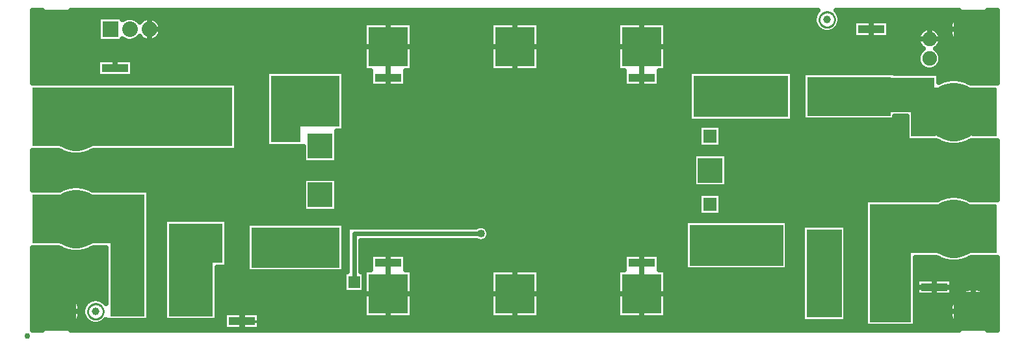
<source format=gbl>
*%FSLAX24Y24*%
*%MOIN*%
G01*
%ADD11C,0.0000*%
%ADD12C,0.0050*%
%ADD13C,0.0060*%
%ADD14C,0.0073*%
%ADD15C,0.0080*%
%ADD16C,0.0098*%
%ADD17C,0.0100*%
%ADD18C,0.0120*%
%ADD19C,0.0160*%
%ADD20C,0.0200*%
%ADD21C,0.0200*%
%ADD22C,0.0240*%
%ADD23C,0.0250*%
%ADD24C,0.0300*%
%ADD25C,0.0300*%
%ADD26C,0.0340*%
%ADD27C,0.0380*%
%ADD28C,0.0394*%
%ADD29C,0.0400*%
%ADD30C,0.0400*%
%ADD31C,0.0430*%
%ADD32C,0.0434*%
%ADD33C,0.0440*%
%ADD34C,0.0450*%
%ADD35C,0.0500*%
%ADD36C,0.0500*%
%ADD37C,0.0560*%
%ADD38C,0.0580*%
%ADD39C,0.0600*%
%ADD40C,0.0630*%
%ADD41C,0.0670*%
%ADD42C,0.0750*%
%ADD43C,0.0760*%
%ADD44C,0.0790*%
%ADD45O,0.0800X0.0600*%
%ADD46C,0.0800*%
%ADD47C,0.0800*%
%ADD48C,0.0827*%
%ADD49O,0.0840X0.0640*%
%ADD50C,0.0840*%
%ADD51C,0.0870*%
%ADD52C,0.0900*%
%ADD53C,0.1100*%
%ADD54C,0.1300*%
%ADD55C,0.1500*%
%ADD56C,0.2000*%
%ADD57C,0.2040*%
%ADD58C,0.2300*%
%ADD59C,0.2500*%
%ADD60R,0.0100X0.0100*%
%ADD61R,0.0200X0.0200*%
%ADD62R,0.0300X0.0300*%
%ADD63R,0.0500X0.0400*%
%ADD64R,0.0500X0.0500*%
%ADD65R,0.0500X0.0500*%
%ADD66R,0.0540X0.0440*%
%ADD67R,0.0550X0.0350*%
%ADD68R,0.0600X0.0600*%
%ADD69R,0.0640X0.0640*%
%ADD70R,0.0700X0.0700*%
%ADD71R,0.0700X0.0700*%
%ADD72R,0.0740X0.0740*%
%ADD73R,0.0740X0.1420*%
%ADD74R,0.0750X0.1460*%
%ADD75R,0.0800X0.0800*%
%ADD76R,0.0800X0.1476*%
%ADD77R,0.0840X0.0840*%
%ADD78R,0.0840X0.1516*%
%ADD79R,0.0960X0.0540*%
%ADD80R,0.1000X0.0600*%
%ADD81R,0.1000X0.1000*%
%ADD82R,0.1040X0.0640*%
%ADD83R,0.1040X0.1040*%
%ADD84R,0.1100X0.1100*%
%ADD85R,0.1200X0.1200*%
%ADD86R,0.1200X0.1200*%
%ADD87R,0.1250X0.1250*%
%ADD88R,0.1250X0.2500*%
%ADD89R,0.1290X0.1290*%
%ADD90R,0.1290X0.1290*%
%ADD91R,0.1300X0.0360*%
%ADD92R,0.1350X0.0400*%
%ADD93R,0.1390X0.0440*%
%ADD94R,0.1500X0.1500*%
%ADD95R,0.1700X0.1700*%
%ADD96R,0.1800X0.1800*%
%ADD97R,0.2000X0.0750*%
%ADD98R,0.2000X0.0940*%
%ADD99R,0.2000X0.0950*%
%ADD100R,0.2000X0.1800*%
%ADD101R,0.2000X0.2000*%
%ADD102R,0.2000X0.2000*%
%ADD103R,0.2040X0.0790*%
%ADD104R,0.2040X0.2040*%
%ADD105R,0.2100X0.2100*%
%ADD106R,0.2200X0.2200*%
%ADD107R,0.2400X0.2400*%
%ADD108R,0.2500X0.0150*%
%ADD109R,0.2500X0.1000*%
%ADD110R,0.2500X0.2500*%
D16*
X55354Y25820D02*
X55352Y25787D01*
X55348Y25754D01*
X55341Y25722D01*
X55332Y25691D01*
X55320Y25660D01*
X55305Y25630D01*
X55288Y25602D01*
X55269Y25575D01*
X55247Y25550D01*
X55223Y25527D01*
X55198Y25506D01*
X55171Y25488D01*
X55142Y25471D01*
X55113Y25457D01*
X55082Y25446D01*
X55050Y25437D01*
X55018Y25431D01*
X54985Y25427D01*
X54952Y25426D01*
X54919Y25428D01*
X54886Y25433D01*
X54854Y25441D01*
X54823Y25451D01*
X54792Y25464D01*
X54763Y25479D01*
X54735Y25497D01*
X54709Y25517D01*
X54685Y25539D01*
X54662Y25563D01*
X54641Y25589D01*
X54623Y25616D01*
X54607Y25645D01*
X54594Y25675D01*
X54583Y25706D01*
X54575Y25738D01*
X54569Y25771D01*
X54567Y25804D01*
Y25836D01*
X54569Y25869D01*
X54575Y25902D01*
X54583Y25934D01*
X54594Y25965D01*
X54607Y25995D01*
X54623Y26024D01*
X54641Y26051D01*
X54662Y26077D01*
X54685Y26101D01*
X54709Y26123D01*
X54735Y26143D01*
X54763Y26161D01*
X54792Y26176D01*
X54823Y26189D01*
X54854Y26199D01*
X54886Y26207D01*
X54919Y26212D01*
X54952Y26214D01*
X54985Y26213D01*
X55018Y26209D01*
X55050Y26203D01*
X55082Y26194D01*
X55113Y26183D01*
X55142Y26169D01*
X55171Y26152D01*
X55198Y26134D01*
X55223Y26113D01*
X55247Y26090D01*
X55269Y26065D01*
X55288Y26038D01*
X55305Y26010D01*
X55320Y25980D01*
X55332Y25949D01*
X55341Y25918D01*
X55348Y25886D01*
X55352Y25853D01*
X55354Y25820D01*
X17854Y10820D02*
X17852Y10787D01*
X17848Y10754D01*
X17841Y10722D01*
X17832Y10691D01*
X17820Y10660D01*
X17805Y10630D01*
X17788Y10602D01*
X17769Y10575D01*
X17747Y10550D01*
X17723Y10527D01*
X17698Y10506D01*
X17671Y10488D01*
X17642Y10471D01*
X17613Y10457D01*
X17582Y10446D01*
X17550Y10437D01*
X17518Y10431D01*
X17485Y10427D01*
X17452Y10426D01*
X17419Y10428D01*
X17386Y10433D01*
X17354Y10441D01*
X17323Y10451D01*
X17292Y10464D01*
X17263Y10479D01*
X17235Y10497D01*
X17209Y10517D01*
X17185Y10539D01*
X17162Y10563D01*
X17141Y10589D01*
X17123Y10616D01*
X17107Y10645D01*
X17094Y10675D01*
X17083Y10706D01*
X17075Y10738D01*
X17069Y10771D01*
X17067Y10804D01*
Y10836D01*
X17069Y10869D01*
X17075Y10902D01*
X17083Y10934D01*
X17094Y10965D01*
X17107Y10995D01*
X17123Y11024D01*
X17141Y11051D01*
X17162Y11077D01*
X17185Y11101D01*
X17209Y11123D01*
X17235Y11143D01*
X17263Y11161D01*
X17292Y11176D01*
X17323Y11189D01*
X17354Y11199D01*
X17386Y11207D01*
X17419Y11212D01*
X17452Y11214D01*
X17485Y11213D01*
X17518Y11209D01*
X17550Y11203D01*
X17582Y11194D01*
X17613Y11183D01*
X17642Y11169D01*
X17671Y11152D01*
X17698Y11134D01*
X17723Y11113D01*
X17747Y11090D01*
X17769Y11065D01*
X17788Y11038D01*
X17805Y11010D01*
X17820Y10980D01*
X17832Y10949D01*
X17841Y10918D01*
X17848Y10886D01*
X17852Y10853D01*
X17854Y10820D01*
D22*
X30710Y12320D02*
Y14820D01*
X37210D01*
D23*
X14235Y10820D02*
Y9845D01*
Y10820D02*
Y10820D01*
Y14095D01*
Y17045D02*
Y19095D01*
Y22545D02*
Y25320D01*
Y25320D01*
Y26295D01*
X15460Y25320D02*
Y24095D01*
Y12045D02*
Y10820D01*
X16110Y11858D02*
Y13881D01*
Y17259D02*
Y18881D01*
Y22545D02*
Y24282D01*
X15860Y13953D02*
Y11978D01*
Y17187D02*
Y18953D01*
Y22545D02*
Y24162D01*
X15610Y14069D02*
Y12036D01*
Y17071D02*
Y19069D01*
Y22545D02*
Y24104D01*
X15360Y14095D02*
Y12041D01*
Y17045D02*
Y19095D01*
Y22545D02*
Y24099D01*
X15110Y14095D02*
Y11994D01*
Y17045D02*
Y19095D01*
Y22545D02*
Y24146D01*
X14860Y14095D02*
Y11888D01*
Y17045D02*
Y19095D01*
Y22545D02*
Y24252D01*
X14610Y14095D02*
Y11702D01*
Y17045D02*
Y19095D01*
Y22545D02*
Y24438D01*
X14360Y10281D02*
Y9845D01*
Y11359D02*
Y14095D01*
Y17045D02*
Y19095D01*
Y22545D02*
Y24781D01*
Y25859D02*
Y26295D01*
X17560Y23745D02*
Y22895D01*
X17585Y24695D02*
Y25945D01*
X17985Y10407D02*
Y10345D01*
Y11233D02*
Y14095D01*
X18110Y10345D02*
Y9845D01*
Y17045D02*
Y19095D01*
Y22545D02*
Y22895D01*
Y23745D02*
Y24695D01*
Y25945D02*
Y26295D01*
X17860Y10285D02*
Y9845D01*
Y11355D02*
Y14095D01*
Y17045D02*
Y19095D01*
Y22545D02*
Y22895D01*
Y23745D02*
Y24695D01*
Y25945D02*
Y26295D01*
X17610Y10169D02*
Y9845D01*
Y11471D02*
Y14095D01*
Y17045D02*
Y19095D01*
Y22545D02*
Y22895D01*
Y23745D02*
Y24695D01*
Y25945D02*
Y26295D01*
X17360Y10160D02*
Y9845D01*
Y11480D02*
Y14095D01*
Y17045D02*
Y19095D01*
Y22545D02*
Y22895D01*
Y23745D01*
Y24695D01*
Y25945D01*
Y26295D01*
X17110Y10251D02*
Y9845D01*
Y11389D02*
Y13972D01*
Y17168D02*
Y18972D01*
Y22545D02*
Y26295D01*
X16860Y10527D02*
Y9845D01*
Y11113D02*
Y13892D01*
Y17248D02*
Y18892D01*
Y22545D02*
Y26295D01*
X16610Y10398D02*
Y9845D01*
Y11242D02*
Y13852D01*
Y17288D02*
Y18852D01*
Y22545D02*
Y24898D01*
Y25742D02*
Y26295D01*
X16360Y13848D02*
Y11651D01*
Y17292D02*
Y18848D01*
Y22545D02*
Y24489D01*
X19360Y23745D02*
Y22895D01*
X20185Y14545D02*
Y14095D01*
X18460Y23320D02*
Y24220D01*
X18835Y24695D02*
Y24820D01*
Y25820D02*
Y25945D01*
X20185Y14095D02*
Y13970D01*
Y14545D02*
Y17045D01*
Y10345D02*
Y10220D01*
Y10345D02*
Y10607D01*
Y12533D01*
Y14095D01*
X20110Y10345D02*
Y9845D01*
Y17045D02*
Y19095D01*
Y22545D02*
Y24703D01*
Y25937D02*
Y26295D01*
X19860Y10345D02*
Y9845D01*
Y17045D02*
Y19095D01*
Y22545D02*
Y24802D01*
Y25838D02*
Y26295D01*
X19610Y10345D02*
Y9845D01*
Y17045D02*
Y19095D01*
Y22545D02*
Y22895D01*
Y23745D01*
Y24840D01*
Y25800D02*
Y26295D01*
X19360Y10345D02*
Y9845D01*
Y17045D02*
Y19095D01*
Y22545D02*
Y22895D01*
Y23745D02*
Y24713D01*
Y25927D02*
Y26295D01*
X19110Y10345D02*
Y9845D01*
Y17045D02*
Y19095D01*
Y22545D02*
Y22895D01*
Y23745D02*
Y24695D01*
Y25945D02*
Y26295D01*
X18860Y10345D02*
Y9845D01*
Y17045D02*
Y19095D01*
Y22545D02*
Y22895D01*
Y23745D02*
Y24695D01*
Y25945D02*
Y26295D01*
X18610Y10345D02*
Y9845D01*
Y17045D02*
Y19095D01*
Y22545D02*
Y22895D01*
Y23745D02*
Y24695D01*
Y25945D02*
Y26295D01*
X18360Y10345D02*
Y9845D01*
Y17045D02*
Y19095D01*
Y22545D02*
Y22895D01*
Y23745D02*
Y24695D01*
Y25945D02*
Y26295D01*
X20210Y25945D02*
Y25320D01*
Y24695D01*
X20985Y15545D02*
Y10345D01*
X22110D02*
Y9845D01*
Y15545D02*
Y19095D01*
Y22545D02*
Y26295D01*
X21860Y10345D02*
Y9845D01*
Y15545D02*
Y19095D01*
Y22545D02*
Y26295D01*
X21610Y10345D02*
Y9845D01*
Y15545D02*
Y19095D01*
Y22545D02*
Y26295D01*
X21360Y10345D02*
Y9845D01*
Y15545D02*
Y19095D01*
Y22545D02*
Y26295D01*
X21110Y10345D02*
Y9845D01*
Y15545D02*
Y19095D01*
Y22545D02*
Y26295D01*
X20860Y10345D02*
Y9845D01*
Y10345D02*
Y15545D01*
Y19095D01*
Y22545D02*
Y26295D01*
X20610Y19095D02*
Y9845D01*
Y22545D02*
Y24840D01*
Y25800D02*
Y26295D01*
X20360Y10345D02*
Y9845D01*
Y10345D02*
Y14095D01*
Y14545D01*
Y17045D01*
Y19095D01*
Y22545D02*
Y24713D01*
Y25927D02*
Y26295D01*
X24060Y9895D02*
Y9845D01*
Y9895D02*
Y10745D01*
X23685Y10345D02*
Y13095D01*
X23860Y10345D02*
Y9895D01*
Y10345D02*
Y10745D01*
Y13095D01*
Y15545D02*
Y19095D01*
Y22545D02*
Y26295D01*
X23610Y10345D02*
Y9845D01*
Y15545D02*
Y19095D01*
Y22545D02*
Y26295D01*
X23360Y10345D02*
Y9845D01*
Y15545D02*
Y19095D01*
Y22545D02*
Y26295D01*
X23110Y10345D02*
Y9845D01*
Y15545D02*
Y19095D01*
Y22545D02*
Y26295D01*
X22860Y10345D02*
Y9845D01*
Y15545D02*
Y19095D01*
Y22545D02*
Y26295D01*
X22610Y10345D02*
Y9845D01*
Y15545D02*
Y19095D01*
Y22545D02*
Y26295D01*
X22360Y10345D02*
Y9845D01*
Y15545D02*
Y19095D01*
Y22545D02*
Y26295D01*
X25860Y10745D02*
Y9895D01*
X24960Y10320D02*
Y11220D01*
X25860Y9895D02*
Y9845D01*
X24185Y13095D02*
Y15545D01*
X25235Y15345D02*
Y12845D01*
X24685Y19095D02*
Y19720D01*
Y21420D01*
Y22545D01*
X25860Y12845D02*
Y10745D01*
Y15345D02*
Y26295D01*
X25610Y12845D02*
Y10745D01*
Y15345D02*
Y26295D01*
X25360Y12845D02*
Y10745D01*
Y15345D02*
Y26295D01*
X25110Y12845D02*
Y10745D01*
Y12845D02*
Y15345D01*
Y26295D01*
X24860Y19095D02*
Y10745D01*
Y19095D02*
Y19720D01*
Y21420D01*
Y22545D01*
Y26295D01*
X24610Y19095D02*
Y10745D01*
Y22545D02*
Y26295D01*
X24360Y13095D02*
Y10745D01*
Y13095D02*
Y15545D01*
Y19095D01*
Y22545D02*
Y26295D01*
X24110Y13095D02*
Y10745D01*
Y15545D02*
Y19095D01*
Y22545D02*
Y26295D01*
X26235Y20745D02*
Y20095D01*
Y19970D01*
Y20745D02*
Y21420D01*
Y23145D01*
Y19295D02*
Y19170D01*
Y19295D02*
Y19720D01*
Y20095D01*
X27860Y12845D02*
Y9845D01*
Y15345D02*
Y15970D01*
Y17670D01*
Y18470D01*
Y19295D01*
Y23145D02*
Y26295D01*
X27610Y12845D02*
Y9845D01*
Y15345D02*
Y19295D01*
Y23145D02*
Y26295D01*
X27360Y12845D02*
Y9845D01*
Y15345D02*
Y19295D01*
Y23145D02*
Y26295D01*
X27110Y12845D02*
Y9845D01*
Y15345D02*
Y19295D01*
Y23145D02*
Y26295D01*
X26860Y12845D02*
Y9845D01*
Y15345D02*
Y19295D01*
Y23145D02*
Y26295D01*
X26610Y12845D02*
Y9845D01*
Y15345D02*
Y19295D01*
Y23145D02*
Y26295D01*
X26360Y12845D02*
Y9845D01*
Y15345D02*
Y19295D01*
Y23145D02*
Y26295D01*
X26110Y10745D02*
Y9895D01*
Y10745D02*
Y12845D01*
Y15345D02*
Y19295D01*
Y19720D01*
Y20095D01*
Y20745D01*
Y21420D01*
Y23145D01*
Y26295D01*
X28110Y19295D02*
Y18470D01*
Y17670D02*
Y15970D01*
X29810D02*
Y17670D01*
Y18470D02*
Y20095D01*
X29860Y12845D02*
Y9845D01*
Y15345D02*
Y15970D01*
Y17670D01*
Y18470D01*
Y20095D01*
Y23145D02*
Y26295D01*
X29610Y12845D02*
Y9845D01*
Y15345D02*
Y15970D01*
Y17670D02*
Y18470D01*
Y23145D02*
Y26295D01*
X29360Y12845D02*
Y9845D01*
Y15345D02*
Y15970D01*
Y17670D02*
Y18470D01*
Y23145D02*
Y26295D01*
X29110Y12845D02*
Y9845D01*
Y15345D02*
Y15970D01*
Y17670D02*
Y18470D01*
Y23145D02*
Y26295D01*
X28860Y12845D02*
Y9845D01*
Y15345D02*
Y15970D01*
Y17670D02*
Y18470D01*
Y23145D02*
Y26295D01*
X28610Y12845D02*
Y9845D01*
Y15345D02*
Y15970D01*
Y17670D02*
Y18470D01*
Y23145D02*
Y26295D01*
X28360Y12845D02*
Y9845D01*
Y15345D02*
Y15970D01*
Y17670D02*
Y18470D01*
Y23145D02*
Y26295D01*
X28110Y12845D02*
Y9845D01*
Y15345D02*
Y15970D01*
Y17670D02*
Y18470D01*
Y23145D02*
Y26295D01*
X30365Y15165D02*
Y14475D01*
X31235Y12945D02*
Y12845D01*
Y11975D01*
Y11795D01*
X31560Y22395D02*
Y23195D01*
X31235Y10495D02*
Y10370D01*
Y10495D02*
Y11795D01*
Y23195D02*
Y25645D01*
X31560Y13745D02*
Y12945D01*
X30185Y11975D02*
Y11795D01*
Y11975D02*
Y12845D01*
X31235Y11795D02*
Y11670D01*
X30185Y20095D02*
Y23145D01*
Y14475D02*
Y12845D01*
Y14475D02*
Y15165D01*
Y15345D01*
X30365Y14475D02*
Y12845D01*
X31055D02*
Y12945D01*
Y14475D01*
X31860Y10495D02*
Y9845D01*
Y13745D02*
Y14475D01*
Y15165D02*
Y22395D01*
Y25645D02*
Y26295D01*
X31610Y10495D02*
Y9845D01*
Y13745D02*
Y14475D01*
Y15165D02*
Y22395D01*
Y25645D02*
Y26295D01*
X31360Y10495D02*
Y9845D01*
Y12945D02*
Y13745D01*
Y14475D01*
Y15165D02*
Y22395D01*
Y23195D01*
Y25645D02*
Y26295D01*
X31110Y10495D02*
Y9845D01*
Y10495D02*
Y11795D01*
Y12945D02*
Y14475D01*
Y15165D02*
Y23195D01*
Y25645D01*
Y26295D01*
X30860Y11795D02*
Y9845D01*
Y15165D02*
Y26295D01*
X30610Y11795D02*
Y9845D01*
Y15165D02*
Y26295D01*
X30360Y11795D02*
Y9845D01*
Y12845D02*
Y14475D01*
Y15165D01*
Y15345D02*
Y20095D01*
Y23145D01*
Y26295D01*
X30110Y11795D02*
Y9845D01*
Y11975D02*
Y12845D01*
Y15345D02*
Y20095D01*
Y23145D02*
Y26295D01*
X33360Y23195D02*
Y22395D01*
Y13745D02*
Y12945D01*
X32460Y13320D02*
Y14220D01*
Y13320D02*
Y12420D01*
Y24420D02*
Y25645D01*
Y24420D02*
Y23195D01*
Y12945D02*
Y11720D01*
Y10495D01*
Y22820D02*
Y23720D01*
Y22820D02*
Y21920D01*
X33685Y12945D02*
Y10495D01*
Y23195D02*
Y25645D01*
X33860Y10495D02*
Y9845D01*
Y10495D02*
Y12945D01*
Y14475D01*
Y15165D02*
Y23195D01*
Y25645D01*
Y26295D01*
X33610Y10495D02*
Y9845D01*
Y12945D02*
Y13745D01*
Y14475D01*
Y15165D02*
Y22395D01*
Y23195D01*
Y25645D02*
Y26295D01*
X33360Y10495D02*
Y9845D01*
Y13745D02*
Y14475D01*
Y15165D02*
Y22395D01*
Y25645D02*
Y26295D01*
X33110Y10495D02*
Y9845D01*
Y13745D02*
Y14475D01*
Y15165D02*
Y22395D01*
Y25645D02*
Y26295D01*
X32860Y10495D02*
Y9845D01*
Y13745D02*
Y14475D01*
Y15165D02*
Y22395D01*
Y25645D02*
Y26295D01*
X32610Y10495D02*
Y9845D01*
Y13745D02*
Y14475D01*
Y15165D02*
Y22395D01*
Y25645D02*
Y26295D01*
X32360Y10495D02*
Y9845D01*
Y13745D02*
Y14475D01*
Y15165D02*
Y22395D01*
Y25645D02*
Y26295D01*
X32110Y10495D02*
Y9845D01*
Y13745D02*
Y14475D01*
Y15165D02*
Y22395D01*
Y25645D02*
Y26295D01*
X35610Y14475D02*
Y9845D01*
Y15165D02*
Y26295D01*
X35360Y14475D02*
Y9845D01*
Y15165D02*
Y26295D01*
X35110Y14475D02*
Y9845D01*
Y15165D02*
Y26295D01*
X34860Y14475D02*
Y9845D01*
Y15165D02*
Y26295D01*
X34610Y14475D02*
Y9845D01*
Y15165D02*
Y26295D01*
X34360Y14475D02*
Y9845D01*
Y15165D02*
Y26295D01*
X34110Y14475D02*
Y9845D01*
Y15165D02*
Y26295D01*
X37735Y25645D02*
Y23195D01*
Y12945D02*
Y10495D01*
X37555Y14475D02*
Y14572D01*
Y15068D02*
Y15165D01*
X37610Y10495D02*
Y9845D01*
Y10495D02*
Y12945D01*
Y14475D01*
Y15165D02*
Y23195D01*
Y25645D01*
Y26295D01*
X37360Y14422D02*
Y9845D01*
Y15218D02*
Y26295D01*
X37110Y14407D02*
Y9845D01*
Y15233D02*
Y26295D01*
X36860Y14475D02*
Y9845D01*
Y15165D02*
Y26295D01*
X36610Y14475D02*
Y9845D01*
Y15165D02*
Y26295D01*
X36360Y14475D02*
Y9845D01*
Y15165D02*
Y26295D01*
X36110Y14475D02*
Y9845D01*
Y15165D02*
Y26295D01*
X35860Y14475D02*
Y9845D01*
Y15165D02*
Y26295D01*
X38960Y12945D02*
Y11720D01*
Y10495D01*
Y24420D02*
Y25645D01*
Y24420D02*
Y23195D01*
X39610Y10495D02*
Y9845D01*
Y12945D02*
Y23195D01*
Y25645D02*
Y26295D01*
X39360Y10495D02*
Y9845D01*
Y12945D02*
Y23195D01*
Y25645D02*
Y26295D01*
X39110Y10495D02*
Y9845D01*
Y12945D02*
Y23195D01*
Y25645D02*
Y26295D01*
X38860Y10495D02*
Y9845D01*
Y12945D02*
Y23195D01*
Y25645D02*
Y26295D01*
X38610Y10495D02*
Y9845D01*
Y12945D02*
Y23195D01*
Y25645D02*
Y26295D01*
X38360Y10495D02*
Y9845D01*
Y12945D02*
Y23195D01*
Y25645D02*
Y26295D01*
X38110Y10495D02*
Y9845D01*
Y12945D02*
Y23195D01*
Y25645D02*
Y26295D01*
X37860Y10495D02*
Y9845D01*
Y12945D02*
Y23195D01*
Y25645D02*
Y26295D01*
X40185Y25645D02*
Y23195D01*
Y12945D02*
Y10495D01*
X41610Y9845D02*
Y26295D01*
X41360D02*
Y9845D01*
X41110D02*
Y26295D01*
X40860D02*
Y9845D01*
X40610D02*
Y26295D01*
X40360Y10495D02*
Y9845D01*
Y10495D02*
Y12945D01*
Y23195D01*
Y25645D01*
Y26295D01*
X40110Y10495D02*
Y9845D01*
Y12945D02*
Y23195D01*
Y25645D02*
Y26295D01*
X39860Y10495D02*
Y9845D01*
Y12945D02*
Y23195D01*
Y25645D02*
Y26295D01*
X43610D02*
Y9845D01*
X43360D02*
Y26295D01*
X43110D02*
Y9845D01*
X42860D02*
Y26295D01*
X42610D02*
Y9845D01*
X42360D02*
Y26295D01*
X42110D02*
Y9845D01*
X41860D02*
Y26295D01*
X45460Y23720D02*
Y22820D01*
Y21920D01*
Y14220D02*
Y13320D01*
Y12420D01*
Y12945D02*
Y11720D01*
Y10495D01*
Y24420D02*
Y25645D01*
Y24420D02*
Y23195D01*
X44235D02*
Y25645D01*
Y12945D02*
Y10495D01*
X44560Y12945D02*
Y13745D01*
Y22395D02*
Y23195D01*
X45610Y10495D02*
Y9845D01*
Y13745D02*
Y22395D01*
Y25645D02*
Y26295D01*
X45360Y10495D02*
Y9845D01*
Y13745D02*
Y22395D01*
Y25645D02*
Y26295D01*
X45110Y10495D02*
Y9845D01*
Y13745D02*
Y22395D01*
Y25645D02*
Y26295D01*
X44860Y10495D02*
Y9845D01*
Y13745D02*
Y22395D01*
Y25645D02*
Y26295D01*
X44610Y10495D02*
Y9845D01*
Y13745D02*
Y22395D01*
Y25645D02*
Y26295D01*
X44360Y10495D02*
Y9845D01*
Y12945D02*
Y13745D01*
Y22395D01*
Y23195D01*
Y25645D02*
Y26295D01*
X44110Y10495D02*
Y9845D01*
Y10495D02*
Y12945D01*
Y23195D01*
Y25645D01*
Y26295D01*
X43860D02*
Y9845D01*
X46360Y22395D02*
Y23195D01*
Y13745D02*
Y12945D01*
X46685Y23195D02*
Y25645D01*
Y12945D02*
Y10495D01*
X47360Y9845D02*
Y26295D01*
X47110D02*
Y9845D01*
X46860D02*
Y10495D01*
Y12945D01*
Y23195D01*
Y25645D01*
Y26295D01*
X46610Y10495D02*
Y9845D01*
Y12945D02*
Y13745D01*
Y22395D01*
Y23195D01*
Y25645D02*
Y26295D01*
X46360Y10495D02*
Y9845D01*
Y13745D02*
Y22395D01*
Y25645D02*
Y26295D01*
X46110Y10495D02*
Y9845D01*
Y13745D02*
Y22395D01*
Y25645D02*
Y26295D01*
X45860Y10495D02*
Y9845D01*
Y13745D02*
Y22395D01*
Y25645D02*
Y26295D01*
X48110Y18920D02*
Y17220D01*
X48385Y19245D02*
Y20395D01*
X49535D02*
Y19245D01*
X48385Y16895D02*
Y15745D01*
X49535D02*
Y16895D01*
X47885Y20595D02*
Y21220D01*
Y22920D01*
Y23145D01*
X47685Y15495D02*
Y12945D01*
X49360D02*
Y9845D01*
Y15495D02*
Y15745D01*
Y16895D02*
Y17220D01*
Y18920D02*
Y19245D01*
Y23145D02*
Y26295D01*
X49110Y12945D02*
Y9845D01*
Y15495D02*
Y15745D01*
Y16895D02*
Y17220D01*
Y18920D02*
Y19245D01*
Y23145D02*
Y26295D01*
X48860Y12945D02*
Y9845D01*
Y15495D02*
Y15745D01*
Y16895D02*
Y17220D01*
Y18920D02*
Y19245D01*
Y23145D02*
Y26295D01*
X48610Y12945D02*
Y9845D01*
Y15495D02*
Y15745D01*
Y16895D02*
Y17220D01*
Y18920D02*
Y19245D01*
Y23145D02*
Y26295D01*
X48360Y12945D02*
Y9845D01*
Y15495D02*
Y15745D01*
Y16895D01*
Y17220D01*
Y18920D02*
Y19245D01*
Y20395D01*
Y23145D02*
Y26295D01*
X48110Y12945D02*
Y9845D01*
Y15495D02*
Y15745D01*
Y16895D01*
Y17220D01*
Y18920D02*
Y19245D01*
Y20395D01*
Y23145D02*
Y26295D01*
X47860Y12945D02*
Y9845D01*
Y15495D02*
Y17220D01*
Y18920D01*
Y20595D01*
Y21220D01*
Y22920D01*
Y23145D02*
Y26295D01*
X47610Y12945D02*
Y9845D01*
Y12945D02*
Y15495D01*
Y20595D01*
Y23145D01*
Y26295D01*
X49810Y18920D02*
Y17220D01*
X51360Y12945D02*
Y9845D01*
Y15495D02*
Y20595D01*
Y23145D02*
Y26295D01*
X51110Y12945D02*
Y9845D01*
Y15495D02*
Y20595D01*
Y23145D02*
Y26295D01*
X50860Y12945D02*
Y9845D01*
Y15495D02*
Y20595D01*
Y23145D02*
Y26295D01*
X50610Y12945D02*
Y9845D01*
Y15495D02*
Y20595D01*
Y23145D02*
Y26295D01*
X50360Y12945D02*
Y9845D01*
Y15495D02*
Y20595D01*
Y23145D02*
Y26295D01*
X50110Y12945D02*
Y9845D01*
Y15495D02*
Y20595D01*
Y23145D02*
Y26295D01*
X49860Y12945D02*
Y9845D01*
Y15495D02*
Y17220D01*
Y18920D01*
Y20595D01*
Y23145D02*
Y26295D01*
X49610Y12945D02*
Y9845D01*
Y15495D02*
Y15745D01*
Y16895D01*
Y17220D01*
Y18920D02*
Y19245D01*
Y20395D01*
Y23145D02*
Y26295D01*
X53185Y23145D02*
Y20595D01*
X52935Y15495D02*
Y12945D01*
X53360Y9845D02*
Y20595D01*
Y23145D01*
Y26295D01*
X53110Y12945D02*
Y9845D01*
Y12945D02*
Y15495D01*
Y20595D01*
Y23145D02*
Y26295D01*
X52860Y12945D02*
Y9845D01*
Y15495D02*
Y20595D01*
Y23145D02*
Y26295D01*
X52610Y12945D02*
Y9845D01*
Y15495D02*
Y20595D01*
Y23145D02*
Y26295D01*
X52360Y12945D02*
Y9845D01*
Y15495D02*
Y20595D01*
Y23145D02*
Y26295D01*
X52110Y12945D02*
Y9845D01*
Y15495D02*
Y20595D01*
Y23145D02*
Y26295D01*
X51860Y12945D02*
Y9845D01*
Y15495D02*
Y20595D01*
Y23145D02*
Y26295D01*
X51610Y12945D02*
Y9845D01*
Y15495D02*
Y20595D01*
Y23145D02*
Y26295D01*
X53735Y23095D02*
Y20645D01*
X53685Y10470D02*
Y10295D01*
Y10470D02*
Y12170D01*
Y15245D01*
X55360Y10295D02*
Y9845D01*
Y15245D02*
Y20645D01*
Y23095D02*
Y25285D01*
X55110Y10295D02*
Y9845D01*
Y15245D02*
Y20645D01*
Y23095D02*
Y25169D01*
X54860Y10295D02*
Y9845D01*
Y15245D02*
Y20645D01*
Y23095D02*
Y25160D01*
X54610Y10295D02*
Y9845D01*
Y15245D02*
Y20645D01*
Y23095D02*
Y25251D01*
X54360Y10295D02*
Y9845D01*
Y15245D02*
Y20645D01*
Y23095D02*
Y25527D01*
X54110Y10295D02*
Y9845D01*
Y15245D02*
Y20645D01*
Y23095D02*
Y26295D01*
X53860Y10295D02*
Y9845D01*
Y15245D02*
Y20645D01*
Y23095D02*
Y26295D01*
X53610Y10295D02*
Y9845D01*
Y10470D02*
Y12170D01*
Y15245D01*
Y20645D01*
Y23095D01*
Y26295D01*
X56935Y14245D02*
Y13595D01*
X57210Y25320D02*
Y26220D01*
Y25320D02*
Y24420D01*
X56310Y24895D02*
Y25745D01*
X56935Y13595D02*
Y13470D01*
Y14245D02*
Y16545D01*
Y10045D02*
Y9920D01*
Y10045D02*
Y13595D01*
X55935Y13220D02*
Y10295D01*
Y13220D02*
Y14920D01*
Y15245D01*
X57360Y16545D02*
Y20645D01*
Y23095D02*
Y24895D01*
Y25745D02*
Y26295D01*
X57110Y20645D02*
Y16545D01*
Y23095D02*
Y24895D01*
Y25745D02*
Y26295D01*
X56860Y13595D02*
Y10045D01*
Y13595D02*
Y14245D01*
Y16545D01*
Y20645D01*
Y23095D02*
Y24895D01*
Y25745D02*
Y26295D01*
X56610Y20645D02*
Y9845D01*
Y23095D02*
Y24895D01*
Y25745D02*
Y26295D01*
X56360Y20645D02*
Y9845D01*
Y23095D02*
Y24895D01*
Y25745D02*
Y26295D01*
X56110Y10295D02*
Y9845D01*
Y10295D02*
Y15245D01*
Y20645D01*
Y23095D02*
Y24895D01*
Y25745D01*
Y26295D01*
X55860Y10295D02*
Y9845D01*
Y15245D02*
Y20645D01*
Y23095D02*
Y26295D01*
X55610Y10295D02*
Y9845D01*
Y15245D02*
Y20645D01*
Y23095D02*
Y25666D01*
Y25974D02*
Y26295D01*
X58110Y25745D02*
Y24895D01*
X59050Y19645D02*
Y19595D01*
Y19645D02*
Y20845D01*
X58435D02*
Y20645D01*
Y23045D02*
Y23095D01*
X59085Y19645D02*
Y19595D01*
X59110D02*
Y16545D01*
Y23045D02*
Y26295D01*
X58860Y19595D02*
Y16545D01*
Y19645D02*
Y20845D01*
Y23045D02*
Y26295D01*
X58610Y20645D02*
Y16545D01*
Y23095D02*
Y26295D01*
X58360Y20645D02*
Y16545D01*
Y23095D02*
Y24895D01*
Y25745D01*
Y26295D01*
X58110Y20645D02*
Y16545D01*
Y23095D02*
Y24895D01*
Y25745D02*
Y26295D01*
X57860Y20645D02*
Y16545D01*
Y23095D02*
Y24895D01*
Y25745D02*
Y26295D01*
X57610Y20645D02*
Y16545D01*
Y23095D02*
Y24895D01*
Y25745D02*
Y26295D01*
X60210Y25420D02*
Y24820D01*
X60460Y12970D02*
Y12070D01*
Y11170D01*
X59560Y11645D02*
Y12495D01*
X60685Y22611D02*
Y23045D01*
X59485Y11645D02*
Y10045D01*
Y11645D02*
Y12495D01*
Y13595D01*
X61110Y11645D02*
Y9845D01*
Y12495D02*
Y13381D01*
Y16759D02*
Y19381D01*
Y22759D02*
Y26295D01*
X60860Y11645D02*
Y9845D01*
Y12495D02*
Y13453D01*
Y16687D02*
Y19453D01*
Y22687D02*
Y23045D01*
Y26295D01*
X60610Y11645D02*
Y9845D01*
Y12495D02*
Y13569D01*
Y16571D02*
Y19569D01*
Y23045D02*
Y23373D01*
Y25267D02*
Y26295D01*
X60360Y11645D02*
Y9845D01*
Y12495D02*
Y13595D01*
Y16545D02*
Y19595D01*
Y25401D02*
Y26295D01*
X60110Y11645D02*
Y9845D01*
Y12495D02*
Y13595D01*
Y16545D02*
Y19595D01*
Y25412D02*
Y26295D01*
X59860Y11645D02*
Y9845D01*
Y12495D02*
Y13595D01*
Y16545D02*
Y19595D01*
Y23045D02*
Y23333D01*
Y25307D02*
Y26295D01*
X59610Y11645D02*
Y10045D01*
Y12495D02*
Y13595D01*
Y16545D02*
Y19595D01*
Y23045D02*
Y23820D01*
Y24820D01*
Y26295D01*
X59360Y19595D02*
Y16545D01*
Y23045D02*
Y26295D01*
X61360Y12495D02*
Y11645D01*
X62460Y24095D02*
Y25320D01*
Y12045D02*
Y10820D01*
X63110Y11858D02*
Y13595D01*
Y16545D02*
Y19595D01*
Y22545D02*
Y24282D01*
X62860Y13595D02*
Y11978D01*
Y16545D02*
Y19595D01*
Y22545D02*
Y24162D01*
X62610Y13595D02*
Y12036D01*
Y16545D02*
Y19595D01*
Y22545D02*
Y24104D01*
X62360Y13595D02*
Y12041D01*
Y16545D02*
Y19595D01*
Y22545D02*
Y24099D01*
X62110Y13472D02*
Y11994D01*
Y16668D02*
Y19472D01*
Y22668D02*
Y24146D01*
X61860Y13392D02*
Y11888D01*
Y16748D02*
Y19392D01*
Y22748D02*
Y24252D01*
X61610Y12495D02*
Y11702D01*
Y12495D02*
Y13352D01*
Y16788D02*
Y19352D01*
Y22788D02*
Y24438D01*
X61360Y10281D02*
Y9845D01*
Y11359D02*
Y11645D01*
Y12495D02*
Y13348D01*
Y16792D02*
Y19348D01*
Y22792D02*
Y24781D01*
Y25859D02*
Y26295D01*
X63685Y10820D02*
Y9845D01*
Y10820D02*
Y10820D01*
Y13595D01*
Y16545D02*
Y19595D01*
Y22545D02*
Y25320D01*
Y25320D01*
Y26295D01*
X63610Y10398D02*
Y9845D01*
Y11242D02*
Y13595D01*
Y16545D02*
Y19595D01*
Y22545D02*
Y24898D01*
Y25742D02*
Y26295D01*
X63360Y13595D02*
Y11651D01*
Y16545D02*
Y19595D01*
Y22545D02*
Y24489D01*
X62460Y10820D02*
X61235D01*
X25385Y10320D02*
X24960D01*
X24535D01*
X16685Y10820D02*
X15460D01*
X14235D01*
X24060Y9895D02*
X25860D01*
X44235Y10495D02*
X46685D01*
X40185D02*
X37735D01*
X33685D02*
X31235D01*
X21989Y10345D02*
X20985D01*
X21989D02*
X23239D01*
X23685D01*
X56935Y10045D02*
X59485D01*
X53910Y10295D02*
X53685D01*
X53910D02*
X55610D01*
X55935D01*
X18681Y10345D02*
X17985D01*
X18681D02*
X19931D01*
X20185D01*
X14718Y9845D02*
X14235D01*
X16202D02*
X24060D01*
X25860D01*
X56935D01*
X59485D01*
X61718D01*
X63202D02*
X63685D01*
X14578Y9970D02*
X14235D01*
X16342D02*
X24060D01*
X25860D02*
X56935D01*
X59485D01*
X61578D01*
X63342D02*
X63685D01*
X17167Y10220D02*
X16528D01*
X17985D02*
X20185D01*
X20985D01*
X23685D01*
X24060D01*
X25860D02*
X31235D01*
X33685D01*
X37735D01*
X40185D01*
X44235D01*
X46685D01*
X53685D01*
X53910D02*
X55610D01*
X55935D01*
X56935D01*
X59485D02*
X61392D01*
X16891Y10470D02*
X16634D01*
X20185D02*
X20985D01*
X23685D02*
X24060D01*
X25860D02*
X31235D01*
X33685D01*
X37735D01*
X40185D01*
X44235D01*
X46685D01*
X53685D01*
X55935D02*
X56935D01*
X59485D02*
X61286D01*
X20985Y10720D02*
X20185D01*
X25860D02*
X31235D01*
X33685D02*
X37735D01*
X40185D02*
X44235D01*
X46685D02*
X53685D01*
X55935D02*
X56935D01*
X59485D02*
X61239D01*
X20985Y10970D02*
X20185D01*
X23685D02*
X24060D01*
X25860D01*
X31235D01*
X33685D02*
X37735D01*
X40185D02*
X44235D01*
X46685D02*
X53685D01*
X55935D02*
X56935D01*
X59485D02*
X61244D01*
X16925Y11220D02*
X16618D01*
X20185D02*
X20985D01*
X23685D02*
X31235D01*
X33685D02*
X37735D01*
X40185D02*
X44235D01*
X46685D02*
X53685D01*
X55935D02*
X56935D01*
X59485D02*
X61302D01*
X24060Y10720D02*
X23685D01*
X24060Y10745D02*
X25860D01*
X59710Y12070D02*
X60460D01*
X61460D01*
X33685Y11720D02*
X32460D01*
X31235D01*
X38960D02*
X40185D01*
X38960D02*
X37735D01*
X45460D02*
X46685D01*
X45460D02*
X44235D01*
Y12945D02*
X44560D01*
X46360D02*
X46685D01*
X40185D02*
X37735D01*
X31560D02*
X31235D01*
X33360D02*
X33685D01*
X59485Y12495D02*
X59560D01*
X61360D01*
X59560Y11645D02*
X59485D01*
X59560D02*
X61360D01*
X30365Y12845D02*
X30185D01*
X31055D02*
X31235D01*
X30365Y11795D02*
X30185D01*
X30365D02*
X31055D01*
X31235D01*
X23860Y13095D02*
X23685D01*
X23860D02*
X24185D01*
X25235Y12845D02*
X30185D01*
X47685Y12945D02*
X48110D01*
X49810D01*
X50660D01*
X52360D01*
X52935D01*
X17306Y11470D02*
X16498D01*
X17614D02*
X17985D01*
X20185D02*
X20985D01*
X23685D02*
X31235D01*
X33685D02*
X37735D01*
X40185D02*
X44235D01*
X46685D02*
X53685D01*
X55935D02*
X56935D01*
X59560D02*
X61360D01*
X14629Y11720D02*
X14235D01*
X16291D02*
X17985D01*
X20185D02*
X20985D01*
X23685D02*
X30185D01*
X30365D02*
X31055D01*
X33685D02*
X37735D01*
X40185D02*
X44235D01*
X46685D02*
X53685D01*
X55935D02*
X56935D01*
X61360D02*
X61629D01*
X63291D02*
X63685D01*
X15038Y11970D02*
X14235D01*
X15882D02*
X17985D01*
X20185D02*
X20985D01*
X23685D02*
X30185D01*
X33685D02*
X37735D01*
X40185D02*
X44235D01*
X46685D02*
X53685D01*
X55935D02*
X56935D01*
X61360D02*
X62038D01*
X62882D02*
X63685D01*
X17985Y12220D02*
X14235D01*
X20185D02*
X20985D01*
X23685D02*
X30185D01*
X33685D02*
X37735D01*
X40185D02*
X44235D01*
X46685D02*
X53685D01*
X55935D02*
X56935D01*
X61360D02*
X63685D01*
X17985Y12470D02*
X14235D01*
X20185D02*
X20985D01*
X23685D02*
X30185D01*
X33685D02*
X37735D01*
X40185D02*
X44235D01*
X46685D02*
X53685D01*
X55935D02*
X56935D01*
X61360D02*
X63685D01*
X17985Y12720D02*
X14235D01*
X20185D02*
X20985D01*
X23685D02*
X25235D01*
X30185D01*
X33685D02*
X37735D01*
X40185D02*
X44235D01*
X46685D02*
X47685D01*
X52935D01*
X53685D01*
X55935D02*
X56935D01*
X59560D02*
X61360D01*
X63685D01*
X17985Y12970D02*
X14235D01*
X20185D02*
X20985D01*
X23860D02*
X24185D01*
X25235D01*
X31235D02*
X31560D01*
X33360D02*
X33685D01*
X37735D01*
X40185D01*
X44235D01*
X44560D01*
X46360D02*
X46685D01*
X47685D01*
X52935D02*
X53685D01*
X55935D02*
X56935D01*
X59485D02*
X63685D01*
X17985Y13220D02*
X14235D01*
X20185D02*
X20985D01*
X24185D02*
X25235D01*
X31235D02*
X31560D01*
X33360D02*
X33685D01*
X37735D01*
X40185D01*
X44235D01*
X44560D01*
X46360D02*
X46685D01*
X47685D01*
X52935D02*
X53685D01*
X55935D02*
X56935D01*
X59485D02*
X63685D01*
X31055Y15165D02*
X30365D01*
X17985Y14095D02*
X17354D01*
X15566D02*
X14235D01*
X62354Y13595D02*
X63685D01*
X60566D02*
X59485D01*
X32885Y13320D02*
X32460D01*
X32035D01*
X45460D02*
X45885D01*
X45460D02*
X45035D01*
X44560Y13745D02*
X46360D01*
X33360D02*
X31560D01*
X56810Y13595D02*
X56935D01*
X36962Y14475D02*
X31055D01*
X37458D02*
X37555D01*
X36962Y15165D02*
X31055D01*
X37458D02*
X37555D01*
X17985Y13470D02*
X14235D01*
X20185D02*
X20985D01*
X24185D02*
X25235D01*
X31055D02*
X31560D01*
X33360D02*
X44560D01*
X46360D02*
X47685D01*
X52935D02*
X53685D01*
X55935D02*
X56935D01*
X59485D02*
X60750D01*
X62170D02*
X63685D01*
X17985Y13720D02*
X14235D01*
X20185D02*
X20985D01*
X24185D02*
X25235D01*
X31055D02*
X31560D01*
X33360D02*
X44560D01*
X46360D02*
X47685D01*
X52935D02*
X53685D01*
X55935D02*
X56935D01*
X15750Y13970D02*
X14235D01*
X17170D02*
X17985D01*
X20185D02*
X20985D01*
X24185D02*
X25235D01*
X31055D02*
X31560D01*
X33360D01*
X44560D01*
X46360D01*
X47685D01*
X52935D02*
X53685D01*
X55935D02*
X56935D01*
X20985Y14220D02*
X20185D01*
X24185D02*
X25235D01*
X31055D02*
X37555D01*
X47685D01*
X52935D02*
X53685D01*
X55935D02*
X56935D01*
X20985Y14470D02*
X20185D01*
X24185D02*
X25235D01*
X31055D02*
X36969D01*
X37555D02*
X47685D01*
X52935D02*
X53685D01*
X55935D02*
X56935D01*
X20985Y14720D02*
X20185D01*
X24185D02*
X25235D01*
X37623D02*
X47685D01*
X52935D02*
X53685D01*
X55935D02*
X56935D01*
X20985Y14970D02*
X20185D01*
X24185D02*
X25235D01*
X37608D02*
X47685D01*
X52935D02*
X53685D01*
X55935D02*
X56935D01*
X29810Y15970D02*
X28110D01*
X18870Y17045D02*
X17354D01*
X15566D02*
X14235D01*
X62354Y16545D02*
X63685D01*
X60566D02*
X59050D01*
X23685Y15545D02*
X22485D01*
X48385Y16895D02*
X49535D01*
Y15745D02*
X48385D01*
X58925Y16545D02*
X59050D01*
X22485Y15545D02*
X22360D01*
X23685D02*
X24185D01*
X20985D02*
X20860D01*
X20985D02*
X22485D01*
X25235Y15345D02*
X30185D01*
X56810Y16545D02*
X56935D01*
X59050D01*
X55935Y15245D02*
X53685D01*
X48385Y15495D02*
X47685D01*
X48385D02*
X49535D01*
X52935D01*
X20185Y17045D02*
X18870D01*
X20185Y15220D02*
X20985D01*
X24185D02*
X25235D01*
X30365D02*
X31055D01*
X37066D01*
X37555D02*
X47685D01*
X52935D02*
X53685D01*
X55935D02*
X56935D01*
X20985Y15470D02*
X20185D01*
X24185D02*
X25235D01*
X30185D01*
X47685D01*
X52935D02*
X53685D01*
X55935D01*
X56935D01*
X20985Y15720D02*
X20185D01*
X20985D02*
X22485D01*
X23685D01*
X24185D01*
X28110D01*
X29810D01*
X47685D01*
X48385D01*
X49535D01*
X52935D01*
X56935D01*
X28110Y15970D02*
X20185D01*
X29810D02*
X48385D01*
X49535D02*
X56935D01*
X28110Y16220D02*
X20185D01*
X29810D02*
X48385D01*
X49535D02*
X56935D01*
X28110Y16470D02*
X20185D01*
X29810D02*
X48385D01*
X49535D02*
X56935D01*
X28110Y16720D02*
X20185D01*
X29810D02*
X48385D01*
X49535D02*
X56935D01*
X59050D01*
X60750D01*
X62170D02*
X63685D01*
X28110Y16970D02*
X20185D01*
X29810D02*
X48110D01*
X48385D01*
X49535D01*
X49810D01*
X63685D01*
X29810Y18470D02*
X28110D01*
X48110Y17220D02*
X49810D01*
Y18920D02*
X48110D01*
X29810Y17670D02*
X28110D01*
X15750Y17220D02*
X14235D01*
X17170D02*
X18870D01*
X20185D01*
X28110D01*
X29810D02*
X48110D01*
X49810D02*
X63685D01*
X28110Y17470D02*
X14235D01*
X29810D02*
X48110D01*
X49810D02*
X63685D01*
X28110Y17720D02*
X14235D01*
X28110D02*
X29810D01*
X48110D01*
X49810D02*
X63685D01*
X48110Y17970D02*
X14235D01*
X49810D02*
X63685D01*
X28110Y18220D02*
X14235D01*
X28110D02*
X29810D01*
X48110D01*
X49810D02*
X63685D01*
X28110Y18470D02*
X14235D01*
X29810D02*
X48110D01*
X49810D02*
X63685D01*
X28110Y18720D02*
X14235D01*
X29810D02*
X48110D01*
X49810D02*
X63685D01*
X15750Y18970D02*
X14235D01*
X17170D02*
X18870D01*
X24685D01*
X28110D01*
X29810D02*
X48110D01*
X48385D01*
X49535D01*
X49810D01*
X63685D01*
X18870Y19095D02*
X17354D01*
X15566D02*
X14235D01*
X48385Y20395D02*
X49535D01*
Y19245D02*
X48385D01*
X59050Y19595D02*
X59085D01*
X60566D01*
X62354D02*
X63685D01*
X30185Y20095D02*
X29810D01*
X28110Y19295D02*
X26235D01*
X47885Y20595D02*
X48385D01*
X49535D01*
X50660D01*
X52360D01*
X53185D01*
X53735Y20645D02*
X54060D01*
X55760D01*
X57785D01*
X58435D01*
Y20845D02*
X59050D01*
Y19645D02*
X59085D01*
X24685Y19095D02*
X18870D01*
X24685Y19220D02*
X26235D01*
X28110D01*
X29810D02*
X48385D01*
X49535D01*
X63685D01*
X26235Y19470D02*
X24685D01*
X29810D02*
X48385D01*
X49535D02*
X59050D01*
X59085D02*
X60750D01*
X62170D02*
X63685D01*
X26235Y19720D02*
X24685D01*
X29810D02*
X48385D01*
X49535D02*
X59050D01*
X26235Y19970D02*
X24685D01*
X29810D02*
X30185D01*
X48385D01*
X49535D02*
X59050D01*
X26235Y20220D02*
X24685D01*
X30185D02*
X48385D01*
X49535D02*
X59050D01*
X26235Y20470D02*
X24685D01*
X30185D02*
X47885D01*
X48385D01*
X49535D01*
X50660D01*
X52360D01*
X53185D01*
X53735D01*
X54060D01*
X55760D01*
X58435D01*
X59050D01*
X26235Y20720D02*
X24685D01*
X30185D02*
X47885D01*
X53185D02*
X53735D01*
X58435D02*
X59050D01*
X26235Y20970D02*
X24685D01*
X30185D02*
X47885D01*
X53185D02*
X53735D01*
X62354Y22545D02*
X63685D01*
X45885Y22820D02*
X45460D01*
X45035D01*
X32885D02*
X32460D01*
X32035D01*
X19360Y22895D02*
X17560D01*
X31560Y22395D02*
X33360D01*
X44560D02*
X46360D01*
X24685Y22545D02*
X14235D01*
X24685Y21220D02*
X26235D01*
X30185D02*
X47885D01*
X53185D02*
X53735D01*
X26235Y21470D02*
X24685D01*
X30185D02*
X47885D01*
X53185D02*
X53735D01*
X26235Y21720D02*
X24685D01*
X30185D02*
X47885D01*
X53185D02*
X53735D01*
X26235Y21970D02*
X24685D01*
X30185D02*
X47885D01*
X53185D02*
X53735D01*
X26235Y22220D02*
X24685D01*
X30185D02*
X31560D01*
X33360D01*
X44560D01*
X46360D01*
X47885D01*
X53185D02*
X53735D01*
X26235Y22470D02*
X24685D01*
X30185D02*
X31560D01*
X33360D02*
X44560D01*
X46360D02*
X47885D01*
X53185D02*
X53735D01*
X17560Y22720D02*
X14235D01*
X17560D02*
X19360D01*
X24685D01*
X26235D01*
X30185D02*
X31560D01*
X33360D02*
X44560D01*
X46360D02*
X47885D01*
X53185D02*
X53735D01*
X62170D02*
X63685D01*
X17560Y22970D02*
X14235D01*
X19360D02*
X26235D01*
X30185D02*
X31235D01*
X31560D01*
X33360D02*
X33685D01*
X37735D01*
X40185D01*
X44235D01*
X44560D01*
X46360D02*
X46685D01*
X47885D01*
X53185D02*
X53735D01*
X60685D02*
X63685D01*
X60810Y24820D02*
X60210D01*
X59610D01*
X33685Y24420D02*
X32460D01*
X31235D01*
X45460D02*
X46685D01*
X45460D02*
X44235D01*
X40185D02*
X38960D01*
X37735D01*
X18885Y23320D02*
X18460D01*
X18035D01*
X17560Y23745D02*
X19360D01*
X18835Y24695D02*
X17585D01*
X37735Y23195D02*
X40185D01*
X44235D02*
X44560D01*
X46360D02*
X46685D01*
X31560D02*
X31235D01*
X33360D02*
X33685D01*
X56310Y24895D02*
X58110D01*
X28110Y23145D02*
X26235D01*
X28110D02*
X29810D01*
X30185D01*
X47885D02*
X48110D01*
X49810D01*
X53185D01*
X53735Y23095D02*
X57785D01*
X58435D01*
Y23045D02*
X60685D01*
X17560Y23220D02*
X14235D01*
X19360D02*
X26235D01*
X30185D01*
X31235D01*
X33685D02*
X37735D01*
X40185D02*
X44235D01*
X46685D02*
X47885D01*
X53185D01*
X53735D01*
X57785D01*
X58435D01*
X60210D01*
X60210D02*
X60685D01*
X63685D01*
X17560Y23470D02*
X14235D01*
X19360D02*
X31235D01*
X33685D02*
X37735D01*
X40185D02*
X44235D01*
X46685D02*
X59723D01*
X60697D02*
X63685D01*
X17560Y23720D02*
X14235D01*
X19360D02*
X31235D01*
X33685D02*
X37735D01*
X40185D02*
X44235D01*
X46685D02*
X59618D01*
X60802D02*
X63685D01*
X17560Y23970D02*
X14235D01*
X17560D02*
X19360D01*
X31235D01*
X33685D02*
X37735D01*
X40185D02*
X44235D01*
X46685D02*
X59629D01*
X60791D02*
X63685D01*
X14921Y24220D02*
X14235D01*
X15999D02*
X31235D01*
X33685D02*
X37735D01*
X40185D02*
X44235D01*
X46685D02*
X59763D01*
X60657D02*
X61921D01*
X62999D02*
X63685D01*
X14578Y24470D02*
X14235D01*
X16342D02*
X17585D01*
X18835D01*
X31235D01*
X33685D02*
X37735D01*
X40185D02*
X44235D01*
X46685D02*
X59723D01*
X60697D02*
X61578D01*
X63342D02*
X63685D01*
X17585Y24720D02*
X16528D01*
X19385D02*
X20035D01*
X20385D02*
X31235D01*
X33685D02*
X37735D01*
X40185D02*
X44235D01*
X46685D02*
X56310D01*
X58110D01*
X59618D01*
X60802D02*
X61392D01*
X61235Y25320D02*
X62460D01*
X57635D02*
X57210D01*
X56785D01*
X16685D02*
X15460D01*
X14235D01*
X20210D02*
X20835D01*
X18835Y25945D02*
X17585D01*
X37735Y25645D02*
X40185D01*
X44235D02*
X46685D01*
X33685D02*
X31235D01*
X56310Y25745D02*
X58110D01*
X14718Y26295D02*
X14235D01*
X16202D02*
X54490D01*
X55430D02*
X61718D01*
X63202D02*
X63685D01*
X17585Y24970D02*
X16634D01*
X20728D02*
X31235D01*
X33685D02*
X37735D01*
X40185D02*
X44235D01*
X46685D02*
X56310D01*
X58110D02*
X59629D01*
X60791D02*
X61286D01*
X17585Y25220D02*
X16681D01*
X20827D02*
X31235D01*
X33685D02*
X37735D01*
X40185D02*
X44235D01*
X46685D02*
X54667D01*
X55253D02*
X56310D01*
X58110D02*
X59763D01*
X60657D02*
X61239D01*
X17585Y25470D02*
X16676D01*
X20817D02*
X31235D01*
X33685D02*
X37735D01*
X40185D02*
X44235D01*
X46685D02*
X54391D01*
X55529D02*
X56310D01*
X58110D02*
X61244D01*
X17585Y25720D02*
X16618D01*
X20690D02*
X31235D01*
X33685D01*
X37735D01*
X40185D01*
X44235D01*
X46685D01*
X54300D01*
X55620D02*
X56310D01*
X58110D02*
X61302D01*
X17585Y25970D02*
X16498D01*
X17585D02*
X18835D01*
X54309D01*
X55611D02*
X56310D01*
X58110D01*
X61422D01*
X14629Y26220D02*
X14235D01*
X16291D02*
X17585D01*
X18835D01*
X54425D01*
X55495D02*
X61629D01*
X63291D02*
X63685D01*
X16685Y10820D02*
X16685Y10854D01*
X16683Y10887D01*
X16681Y10921D01*
X16678Y10955D01*
X16673Y10988D01*
X16668Y11022D01*
X16662Y11055D01*
X16655Y11088D01*
X16648Y11121D01*
X16639Y11153D01*
X16629Y11186D01*
X16619Y11218D01*
X16607Y11250D01*
X16595Y11281D01*
X16582Y11312D01*
X16568Y11343D01*
X16553Y11373D01*
X16537Y11403D01*
X16521Y11432D01*
X16504Y11462D01*
X16486Y11490D01*
X16467Y11518D01*
X16447Y11545D01*
X16427Y11572D01*
X16406Y11599D01*
X16384Y11625D01*
X16361Y11650D01*
X16338Y11674D01*
X16314Y11698D01*
X16290Y11721D01*
X16265Y11744D01*
X16239Y11766D01*
X16212Y11787D01*
X16185Y11807D01*
X16158Y11827D01*
X16130Y11846D01*
X16102Y11864D01*
X16072Y11881D01*
X16043Y11897D01*
X16013Y11913D01*
X15983Y11928D01*
X15952Y11942D01*
X15921Y11955D01*
X15890Y11967D01*
X15858Y11979D01*
X15826Y11989D01*
X15793Y11999D01*
X15761Y12008D01*
X15728Y12015D01*
X15695Y12022D01*
X15662Y12028D01*
X15628Y12033D01*
X15595Y12038D01*
X15561Y12041D01*
X15527Y12043D01*
X15494Y12045D01*
X15460Y12045D01*
X15426Y12045D01*
X15393Y12043D01*
X15359Y12041D01*
X15325Y12038D01*
X15292Y12033D01*
X15258Y12028D01*
X15225Y12022D01*
X15192Y12015D01*
X15159Y12008D01*
X15127Y11999D01*
X15094Y11989D01*
X15062Y11979D01*
X15030Y11967D01*
X14999Y11955D01*
X14968Y11942D01*
X14937Y11928D01*
X14907Y11913D01*
X14877Y11897D01*
X14848Y11881D01*
X14818Y11864D01*
X14790Y11846D01*
X14762Y11827D01*
X14735Y11807D01*
X14708Y11787D01*
X14681Y11766D01*
X14655Y11744D01*
X14630Y11721D01*
X14606Y11698D01*
X14582Y11674D01*
X14559Y11650D01*
X14536Y11625D01*
X14514Y11599D01*
X14493Y11572D01*
X14473Y11545D01*
X14453Y11518D01*
X14434Y11490D01*
X14416Y11462D01*
X14399Y11432D01*
X14383Y11403D01*
X14367Y11373D01*
X14352Y11343D01*
X14338Y11312D01*
X14325Y11281D01*
X14313Y11250D01*
X14301Y11218D01*
X14291Y11186D01*
X14281Y11153D01*
X14272Y11121D01*
X14265Y11088D01*
X14258Y11055D01*
X14252Y11022D01*
X14247Y10988D01*
X14242Y10955D01*
X14239Y10921D01*
X14237Y10887D01*
X14235Y10854D01*
X14235Y10820D01*
Y10820D02*
X14235Y10786D01*
X14237Y10752D01*
X14239Y10718D01*
X14243Y10684D01*
X14247Y10650D01*
X14252Y10616D01*
X14258Y10582D01*
X14265Y10549D01*
X14273Y10516D01*
X14282Y10483D01*
X14292Y10450D01*
X14303Y10418D01*
X14315Y10385D01*
X14327Y10354D01*
X14341Y10322D01*
X14355Y10291D01*
X14370Y10261D01*
X14386Y10230D01*
X14403Y10201D01*
X14421Y10171D01*
X14439Y10143D01*
X14459Y10115D01*
X14479Y10087D01*
X14499Y10060D01*
X14521Y10033D01*
X14543Y10007D01*
X14566Y9982D01*
X14590Y9958D01*
X14614Y9934D01*
X14639Y9910D01*
X14665Y9888D01*
X14691Y9866D01*
X14718Y9845D01*
X16202D02*
X16229Y9866D01*
X16255Y9888D01*
X16281Y9910D01*
X16306Y9934D01*
X16330Y9958D01*
X16354Y9982D01*
X16377Y10007D01*
X16399Y10033D01*
X16421Y10060D01*
X16441Y10087D01*
X16461Y10115D01*
X16481Y10143D01*
X16499Y10171D01*
X16517Y10201D01*
X16534Y10230D01*
X16550Y10261D01*
X16565Y10291D01*
X16579Y10322D01*
X16593Y10354D01*
X16605Y10385D01*
X16617Y10418D01*
X16628Y10450D01*
X16638Y10483D01*
X16647Y10516D01*
X16655Y10549D01*
X16662Y10582D01*
X16668Y10616D01*
X16673Y10650D01*
X16677Y10684D01*
X16681Y10718D01*
X16683Y10752D01*
X16685Y10786D01*
X16685Y10820D01*
X17354Y17045D02*
X17326Y17062D01*
X17297Y17078D01*
X17268Y17094D01*
X17239Y17109D01*
X17209Y17124D01*
X17180Y17138D01*
X17150Y17151D01*
X17119Y17164D01*
X17089Y17176D01*
X17058Y17188D01*
X17027Y17199D01*
X16995Y17210D01*
X16964Y17220D01*
X16932Y17229D01*
X16900Y17238D01*
X16868Y17246D01*
X16836Y17253D01*
X16804Y17260D01*
X16772Y17267D01*
X16739Y17272D01*
X16707Y17277D01*
X16674Y17282D01*
X16641Y17285D01*
X16608Y17289D01*
X16575Y17291D01*
X16542Y17293D01*
X16509Y17294D01*
X16477Y17295D01*
X16443D01*
X16411Y17294D01*
X16378Y17293D01*
X16345Y17291D01*
X16312Y17289D01*
X16279Y17285D01*
X16246Y17282D01*
X16213Y17277D01*
X16181Y17272D01*
X16148Y17267D01*
X16116Y17260D01*
X16084Y17253D01*
X16052Y17246D01*
X16020Y17238D01*
X15988Y17229D01*
X15956Y17220D01*
X15925Y17210D01*
X15893Y17199D01*
X15862Y17188D01*
X15831Y17176D01*
X15801Y17164D01*
X15770Y17151D01*
X15740Y17138D01*
X15711Y17124D01*
X15681Y17109D01*
X15652Y17094D01*
X15623Y17078D01*
X15594Y17062D01*
X15566Y17045D01*
Y14095D02*
X15594Y14078D01*
X15623Y14062D01*
X15652Y14046D01*
X15681Y14031D01*
X15711Y14016D01*
X15740Y14002D01*
X15770Y13989D01*
X15801Y13976D01*
X15831Y13964D01*
X15862Y13952D01*
X15893Y13941D01*
X15925Y13930D01*
X15956Y13920D01*
X15988Y13911D01*
X16020Y13902D01*
X16052Y13894D01*
X16084Y13887D01*
X16116Y13880D01*
X16148Y13873D01*
X16181Y13868D01*
X16213Y13863D01*
X16246Y13858D01*
X16279Y13855D01*
X16312Y13851D01*
X16345Y13849D01*
X16378Y13847D01*
X16411Y13846D01*
X16443Y13845D01*
X16477D01*
X16509Y13846D01*
X16542Y13847D01*
X16575Y13849D01*
X16608Y13851D01*
X16641Y13855D01*
X16674Y13858D01*
X16707Y13863D01*
X16739Y13868D01*
X16772Y13873D01*
X16804Y13880D01*
X16836Y13887D01*
X16868Y13894D01*
X16900Y13902D01*
X16932Y13911D01*
X16964Y13920D01*
X16995Y13930D01*
X17027Y13941D01*
X17058Y13952D01*
X17089Y13964D01*
X17119Y13976D01*
X17150Y13989D01*
X17180Y14002D01*
X17209Y14016D01*
X17239Y14031D01*
X17268Y14046D01*
X17297Y14062D01*
X17326Y14078D01*
X17354Y14095D01*
Y19095D02*
X17326Y19078D01*
X17297Y19062D01*
X17268Y19046D01*
X17239Y19031D01*
X17209Y19016D01*
X17180Y19002D01*
X17150Y18989D01*
X17119Y18976D01*
X17089Y18964D01*
X17058Y18952D01*
X17027Y18941D01*
X16995Y18930D01*
X16964Y18920D01*
X16932Y18911D01*
X16900Y18902D01*
X16868Y18894D01*
X16836Y18887D01*
X16804Y18880D01*
X16772Y18873D01*
X16739Y18868D01*
X16707Y18863D01*
X16674Y18858D01*
X16641Y18855D01*
X16608Y18851D01*
X16575Y18849D01*
X16542Y18847D01*
X16509Y18846D01*
X16477Y18845D01*
X16443D01*
X16411Y18846D01*
X16378Y18847D01*
X16345Y18849D01*
X16312Y18851D01*
X16279Y18855D01*
X16246Y18858D01*
X16213Y18863D01*
X16181Y18868D01*
X16148Y18873D01*
X16116Y18880D01*
X16084Y18887D01*
X16052Y18894D01*
X16020Y18902D01*
X15988Y18911D01*
X15956Y18920D01*
X15925Y18930D01*
X15893Y18941D01*
X15862Y18952D01*
X15831Y18964D01*
X15801Y18976D01*
X15770Y18989D01*
X15740Y19002D01*
X15711Y19016D01*
X15681Y19031D01*
X15652Y19046D01*
X15623Y19062D01*
X15594Y19078D01*
X15566Y19095D01*
X18835Y25820D02*
X18862Y25839D01*
X18889Y25856D01*
X18918Y25873D01*
X18947Y25887D01*
X18977Y25900D01*
X19008Y25911D01*
X19039Y25921D01*
X19071Y25929D01*
X19103Y25936D01*
X19135Y25941D01*
X19168Y25944D01*
X19201Y25945D01*
X19233Y25945D01*
X19266Y25942D01*
X19298Y25939D01*
X19331Y25933D01*
X19363Y25926D01*
X19394Y25917D01*
X19425Y25907D01*
X19456Y25895D01*
X19485Y25881D01*
X19514Y25866D01*
X19542Y25849D01*
X19570Y25831D01*
X19596Y25812D01*
X19621Y25791D01*
X19645Y25769D01*
X19668Y25745D01*
X19690Y25721D01*
X19710Y25695D01*
Y24945D02*
X19690Y24919D01*
X19668Y24895D01*
X19645Y24871D01*
X19621Y24849D01*
X19596Y24828D01*
X19570Y24809D01*
X19542Y24791D01*
X19514Y24774D01*
X19485Y24759D01*
X19456Y24745D01*
X19425Y24733D01*
X19394Y24723D01*
X19363Y24714D01*
X19331Y24707D01*
X19298Y24701D01*
X19266Y24698D01*
X19233Y24695D01*
X19201Y24695D01*
X19168Y24696D01*
X19135Y24699D01*
X19103Y24704D01*
X19071Y24711D01*
X19039Y24719D01*
X19008Y24729D01*
X18977Y24740D01*
X18947Y24753D01*
X18918Y24767D01*
X18889Y24784D01*
X18862Y24801D01*
X18835Y24820D01*
X19710Y25695D02*
X19730Y25721D01*
X19752Y25745D01*
X19774Y25768D01*
X19798Y25790D01*
X19823Y25811D01*
X19849Y25830D01*
X19876Y25849D01*
X19904Y25865D01*
X19933Y25880D01*
X19963Y25894D01*
X19993Y25906D01*
X20024Y25917D01*
X20055Y25925D01*
X20087Y25933D01*
X20119Y25938D01*
X20151Y25942D01*
X20183Y25944D01*
X20216Y25945D01*
X20248Y25944D01*
X20281Y25941D01*
X20313Y25936D01*
X20345Y25930D01*
X20377Y25922D01*
X20408Y25913D01*
X20438Y25902D01*
X20468Y25889D01*
X20497Y25875D01*
X20526Y25859D01*
X20554Y25842D01*
X20580Y25824D01*
X20606Y25804D01*
X20631Y25782D01*
X20654Y25760D01*
X20676Y25736D01*
X20697Y25711D01*
X20717Y25685D01*
X20735Y25659D01*
X20752Y25631D01*
X20768Y25602D01*
X20782Y25573D01*
X20794Y25543D01*
X20805Y25512D01*
X20814Y25481D01*
X20822Y25449D01*
X20827Y25417D01*
X20832Y25385D01*
X20834Y25353D01*
X20835Y25320D01*
X20834Y25287D01*
X20832Y25255D01*
X20827Y25223D01*
X20822Y25191D01*
X20814Y25159D01*
X20805Y25128D01*
X20794Y25097D01*
X20782Y25067D01*
X20768Y25038D01*
X20752Y25009D01*
X20735Y24981D01*
X20717Y24955D01*
X20697Y24929D01*
X20676Y24904D01*
X20654Y24880D01*
X20631Y24858D01*
X20606Y24836D01*
X20580Y24816D01*
X20554Y24798D01*
X20526Y24781D01*
X20497Y24765D01*
X20468Y24751D01*
X20438Y24738D01*
X20408Y24727D01*
X20377Y24718D01*
X20345Y24710D01*
X20313Y24704D01*
X20281Y24699D01*
X20248Y24696D01*
X20216Y24695D01*
X20183Y24696D01*
X20151Y24698D01*
X20119Y24702D01*
X20087Y24707D01*
X20055Y24715D01*
X20024Y24723D01*
X19993Y24734D01*
X19963Y24746D01*
X19933Y24760D01*
X19904Y24775D01*
X19876Y24791D01*
X19849Y24810D01*
X19823Y24829D01*
X19798Y24850D01*
X19774Y24872D01*
X19752Y24895D01*
X19730Y24919D01*
X19710Y24945D01*
X16685Y25320D02*
X16685Y25354D01*
X16683Y25388D01*
X16681Y25422D01*
X16677Y25456D01*
X16673Y25490D01*
X16668Y25524D01*
X16662Y25558D01*
X16655Y25591D01*
X16647Y25624D01*
X16638Y25657D01*
X16628Y25690D01*
X16617Y25722D01*
X16605Y25755D01*
X16593Y25786D01*
X16579Y25818D01*
X16565Y25849D01*
X16550Y25879D01*
X16534Y25910D01*
X16517Y25939D01*
X16499Y25969D01*
X16481Y25997D01*
X16461Y26025D01*
X16441Y26053D01*
X16421Y26080D01*
X16399Y26107D01*
X16377Y26133D01*
X16354Y26158D01*
X16330Y26182D01*
X16306Y26206D01*
X16281Y26230D01*
X16255Y26252D01*
X16229Y26274D01*
X16202Y26295D01*
X14718D02*
X14691Y26274D01*
X14665Y26252D01*
X14639Y26230D01*
X14614Y26206D01*
X14590Y26182D01*
X14566Y26158D01*
X14543Y26133D01*
X14521Y26107D01*
X14499Y26080D01*
X14479Y26053D01*
X14459Y26025D01*
X14439Y25997D01*
X14421Y25969D01*
X14403Y25939D01*
X14386Y25910D01*
X14370Y25879D01*
X14355Y25849D01*
X14341Y25818D01*
X14327Y25786D01*
X14315Y25755D01*
X14303Y25722D01*
X14292Y25690D01*
X14282Y25657D01*
X14273Y25624D01*
X14265Y25591D01*
X14258Y25558D01*
X14252Y25524D01*
X14247Y25490D01*
X14243Y25456D01*
X14239Y25422D01*
X14237Y25388D01*
X14235Y25354D01*
X14235Y25320D01*
Y25320D02*
X14235Y25286D01*
X14237Y25253D01*
X14239Y25219D01*
X14242Y25185D01*
X14247Y25152D01*
X14252Y25118D01*
X14258Y25085D01*
X14265Y25052D01*
X14272Y25019D01*
X14281Y24987D01*
X14291Y24954D01*
X14301Y24922D01*
X14313Y24890D01*
X14325Y24859D01*
X14338Y24828D01*
X14352Y24797D01*
X14367Y24767D01*
X14383Y24737D01*
X14399Y24708D01*
X14416Y24679D01*
X14434Y24650D01*
X14453Y24622D01*
X14473Y24595D01*
X14493Y24568D01*
X14514Y24541D01*
X14536Y24515D01*
X14559Y24490D01*
X14582Y24466D01*
X14606Y24442D01*
X14630Y24419D01*
X14655Y24396D01*
X14681Y24374D01*
X14708Y24353D01*
X14735Y24333D01*
X14762Y24313D01*
X14790Y24294D01*
X14818Y24276D01*
X14848Y24259D01*
X14877Y24243D01*
X14907Y24227D01*
X14937Y24212D01*
X14968Y24198D01*
X14999Y24185D01*
X15030Y24173D01*
X15062Y24161D01*
X15094Y24151D01*
X15127Y24141D01*
X15159Y24132D01*
X15192Y24125D01*
X15225Y24118D01*
X15258Y24112D01*
X15292Y24107D01*
X15325Y24102D01*
X15359Y24099D01*
X15393Y24097D01*
X15426Y24095D01*
X15460Y24095D01*
X15494Y24095D01*
X15527Y24097D01*
X15561Y24099D01*
X15595Y24102D01*
X15628Y24107D01*
X15662Y24112D01*
X15695Y24118D01*
X15728Y24125D01*
X15761Y24132D01*
X15793Y24141D01*
X15826Y24151D01*
X15858Y24161D01*
X15890Y24173D01*
X15921Y24185D01*
X15952Y24198D01*
X15983Y24212D01*
X16013Y24227D01*
X16043Y24243D01*
X16072Y24259D01*
X16102Y24276D01*
X16130Y24294D01*
X16158Y24313D01*
X16185Y24333D01*
X16212Y24353D01*
X16239Y24374D01*
X16265Y24396D01*
X16290Y24419D01*
X16314Y24442D01*
X16338Y24466D01*
X16361Y24490D01*
X16384Y24515D01*
X16406Y24541D01*
X16427Y24568D01*
X16447Y24595D01*
X16467Y24622D01*
X16486Y24650D01*
X16504Y24679D01*
X16521Y24708D01*
X16537Y24737D01*
X16553Y24767D01*
X16568Y24797D01*
X16582Y24828D01*
X16595Y24859D01*
X16607Y24890D01*
X16619Y24922D01*
X16629Y24954D01*
X16639Y24987D01*
X16648Y25019D01*
X16655Y25052D01*
X16662Y25085D01*
X16668Y25118D01*
X16673Y25152D01*
X16678Y25185D01*
X16681Y25219D01*
X16683Y25253D01*
X16685Y25286D01*
X16685Y25320D01*
X60566Y16545D02*
X60594Y16562D01*
X60623Y16578D01*
X60652Y16594D01*
X60681Y16609D01*
X60710Y16624D01*
X60740Y16638D01*
X60770Y16651D01*
X60801Y16664D01*
X60831Y16676D01*
X60862Y16688D01*
X60893Y16699D01*
X60925Y16710D01*
X60956Y16720D01*
X60988Y16729D01*
X61020Y16738D01*
X61051Y16746D01*
X61084Y16753D01*
X61116Y16760D01*
X61148Y16767D01*
X61181Y16772D01*
X61213Y16777D01*
X61246Y16782D01*
X61279Y16785D01*
X61312Y16789D01*
X61345Y16791D01*
X61378Y16793D01*
X61411Y16794D01*
X61444Y16795D01*
X61476D01*
X61509Y16794D01*
X61542Y16793D01*
X61575Y16791D01*
X61608Y16789D01*
X61641Y16785D01*
X61674Y16782D01*
X61707Y16777D01*
X61739Y16772D01*
X61772Y16767D01*
X61804Y16760D01*
X61836Y16753D01*
X61869Y16746D01*
X61900Y16738D01*
X61932Y16729D01*
X61964Y16720D01*
X61995Y16710D01*
X62027Y16699D01*
X62058Y16688D01*
X62089Y16676D01*
X62119Y16664D01*
X62150Y16651D01*
X62180Y16638D01*
X62210Y16624D01*
X62239Y16609D01*
X62268Y16594D01*
X62297Y16578D01*
X62326Y16562D01*
X62354Y16545D01*
Y13595D02*
X62326Y13578D01*
X62297Y13562D01*
X62268Y13546D01*
X62239Y13531D01*
X62210Y13516D01*
X62180Y13502D01*
X62150Y13489D01*
X62119Y13476D01*
X62089Y13464D01*
X62058Y13452D01*
X62027Y13441D01*
X61995Y13430D01*
X61964Y13420D01*
X61932Y13411D01*
X61900Y13402D01*
X61869Y13394D01*
X61836Y13387D01*
X61804Y13380D01*
X61772Y13373D01*
X61739Y13368D01*
X61707Y13363D01*
X61674Y13358D01*
X61641Y13355D01*
X61608Y13351D01*
X61575Y13349D01*
X61542Y13347D01*
X61509Y13346D01*
X61476Y13345D01*
X61444D01*
X61411Y13346D01*
X61378Y13347D01*
X61345Y13349D01*
X61312Y13351D01*
X61279Y13355D01*
X61246Y13358D01*
X61213Y13363D01*
X61181Y13368D01*
X61148Y13373D01*
X61116Y13380D01*
X61084Y13387D01*
X61051Y13394D01*
X61020Y13402D01*
X60988Y13411D01*
X60956Y13420D01*
X60925Y13430D01*
X60893Y13441D01*
X60862Y13452D01*
X60831Y13464D01*
X60801Y13476D01*
X60770Y13489D01*
X60740Y13502D01*
X60710Y13516D01*
X60681Y13531D01*
X60652Y13546D01*
X60623Y13562D01*
X60594Y13578D01*
X60566Y13595D01*
X61718Y9845D02*
X61692Y9865D01*
X61667Y9887D01*
X61642Y9908D01*
X61617Y9931D01*
X61594Y9954D01*
X61570Y9978D01*
X61548Y10002D01*
X61526Y10027D01*
X61505Y10053D01*
X61485Y10079D01*
X61465Y10106D01*
X61446Y10133D01*
X61428Y10161D01*
X61410Y10189D01*
X61393Y10217D01*
X61378Y10246D01*
X61362Y10276D01*
X61348Y10306D01*
X61335Y10336D01*
X61322Y10367D01*
X61310Y10398D01*
X61299Y10429D01*
X61289Y10461D01*
X61280Y10493D01*
X61271Y10525D01*
X61264Y10557D01*
X61257Y10589D01*
X61251Y10622D01*
X61246Y10655D01*
X61242Y10688D01*
X61239Y10721D01*
X61237Y10754D01*
X61235Y10787D01*
X61235Y10820D01*
X61235Y10853D01*
X61237Y10887D01*
X61239Y10920D01*
X61242Y10953D01*
X61246Y10986D01*
X61251Y11018D01*
X61257Y11051D01*
X61264Y11084D01*
X61271Y11116D01*
X61280Y11148D01*
X61289Y11180D01*
X61299Y11211D01*
X61310Y11243D01*
X61322Y11274D01*
X61335Y11304D01*
X61348Y11335D01*
X61363Y11364D01*
X61378Y11394D01*
X61394Y11423D01*
X61410Y11452D01*
X61428Y11480D01*
X61446Y11508D01*
X61465Y11535D01*
X61485Y11562D01*
X61505Y11588D01*
X61526Y11613D01*
X61548Y11638D01*
X61571Y11663D01*
X61594Y11686D01*
X61618Y11709D01*
X61642Y11732D01*
X61667Y11754D01*
X61693Y11775D01*
X61719Y11795D01*
X61745Y11815D01*
X61773Y11834D01*
X61800Y11852D01*
X61829Y11870D01*
X61857Y11886D01*
X61886Y11902D01*
X61916Y11918D01*
X61946Y11932D01*
X61976Y11945D01*
X62007Y11958D01*
X62038Y11970D01*
X62069Y11981D01*
X62101Y11991D01*
X62132Y12000D01*
X62165Y12009D01*
X62197Y12016D01*
X62229Y12023D01*
X62262Y12029D01*
X62295Y12034D01*
X62328Y12038D01*
X62361Y12041D01*
X62394Y12043D01*
X62427Y12045D01*
X62460Y12045D01*
X62493Y12045D01*
X62526Y12043D01*
X62560Y12041D01*
X62593Y12038D01*
X62625Y12034D01*
X62658Y12029D01*
X62691Y12023D01*
X62723Y12016D01*
X62756Y12009D01*
X62788Y12000D01*
X62820Y11991D01*
X62851Y11981D01*
X62883Y11970D01*
X62914Y11958D01*
X62944Y11945D01*
X62974Y11932D01*
X63004Y11917D01*
X63034Y11902D01*
X63063Y11886D01*
X63092Y11870D01*
X63120Y11852D01*
X63148Y11834D01*
X63175Y11815D01*
X63201Y11795D01*
X63228Y11775D01*
X63253Y11754D01*
X63278Y11732D01*
X63302Y11709D01*
X63326Y11686D01*
X63349Y11662D01*
X63372Y11638D01*
X63394Y11613D01*
X63415Y11587D01*
X63435Y11561D01*
X63455Y11535D01*
X63474Y11507D01*
X63492Y11480D01*
X63510Y11452D01*
X63526Y11423D01*
X63542Y11394D01*
X63557Y11364D01*
X63572Y11334D01*
X63585Y11304D01*
X63598Y11273D01*
X63610Y11242D01*
X63621Y11211D01*
X63631Y11180D01*
X63640Y11148D01*
X63649Y11116D01*
X63656Y11083D01*
X63663Y11051D01*
X63669Y11018D01*
X63674Y10985D01*
X63678Y10952D01*
X63681Y10919D01*
X63683Y10886D01*
X63685Y10853D01*
X63685Y10820D01*
Y10820D02*
X63685Y10786D01*
X63683Y10752D01*
X63681Y10718D01*
X63677Y10684D01*
X63673Y10650D01*
X63668Y10616D01*
X63662Y10582D01*
X63655Y10549D01*
X63647Y10516D01*
X63638Y10483D01*
X63628Y10450D01*
X63617Y10418D01*
X63605Y10385D01*
X63593Y10354D01*
X63579Y10322D01*
X63565Y10291D01*
X63550Y10261D01*
X63534Y10230D01*
X63517Y10201D01*
X63499Y10171D01*
X63481Y10143D01*
X63461Y10115D01*
X63441Y10087D01*
X63421Y10060D01*
X63399Y10033D01*
X63377Y10007D01*
X63354Y9982D01*
X63330Y9958D01*
X63306Y9934D01*
X63281Y9910D01*
X63255Y9888D01*
X63229Y9866D01*
X63202Y9845D01*
X59878Y24320D02*
X59851Y24339D01*
X59825Y24359D01*
X59801Y24381D01*
X59777Y24404D01*
X59755Y24429D01*
X59734Y24455D01*
X59715Y24481D01*
X59697Y24509D01*
X59681Y24538D01*
X59666Y24567D01*
X59653Y24598D01*
X59641Y24629D01*
X59632Y24660D01*
X59624Y24692D01*
X59618Y24725D01*
X59613Y24757D01*
X59611Y24790D01*
X59610Y24823D01*
X59611Y24856D01*
X59614Y24889D01*
X59619Y24922D01*
X59625Y24954D01*
X59633Y24986D01*
X59643Y25018D01*
X59655Y25048D01*
X59669Y25079D01*
X59684Y25108D01*
X59700Y25136D01*
X59718Y25164D01*
X59738Y25191D01*
X59759Y25216D01*
X59782Y25240D01*
X59805Y25263D01*
X59830Y25285D01*
X59856Y25305D01*
X59884Y25323D01*
X59912Y25341D01*
X59941Y25356D01*
X59971Y25370D01*
X60001Y25383D01*
X60033Y25393D01*
X60064Y25402D01*
X60097Y25409D01*
X60129Y25415D01*
X60162Y25418D01*
X60195Y25420D01*
X60228Y25420D01*
X60261Y25418D01*
X60294Y25414D01*
X60326Y25409D01*
X60359Y25401D01*
X60390Y25392D01*
X60422Y25381D01*
X60452Y25369D01*
X60482Y25355D01*
X60511Y25339D01*
X60539Y25322D01*
X60566Y25303D01*
X60592Y25283D01*
X60617Y25261D01*
X60641Y25238D01*
X60663Y25214D01*
X60684Y25188D01*
X60703Y25161D01*
X60721Y25134D01*
X60738Y25105D01*
X60753Y25076D01*
X60766Y25045D01*
X60778Y25014D01*
X60787Y24983D01*
X60796Y24951D01*
X60802Y24919D01*
X60806Y24886D01*
X60809Y24853D01*
X60810Y24820D01*
X60809Y24787D01*
X60806Y24754D01*
X60802Y24722D01*
X60796Y24690D01*
X60788Y24658D01*
X60778Y24626D01*
X60767Y24596D01*
X60753Y24566D01*
X60739Y24536D01*
X60722Y24508D01*
X60705Y24480D01*
X60685Y24454D01*
X60664Y24428D01*
X60642Y24404D01*
X60619Y24381D01*
X60594Y24359D01*
X60569Y24339D01*
X60542Y24320D01*
X60569Y24301D01*
X60594Y24281D01*
X60619Y24259D01*
X60642Y24236D01*
X60664Y24212D01*
X60685Y24186D01*
X60705Y24160D01*
X60722Y24132D01*
X60739Y24104D01*
X60753Y24074D01*
X60767Y24044D01*
X60778Y24014D01*
X60788Y23982D01*
X60796Y23950D01*
X60802Y23918D01*
X60806Y23886D01*
X60809Y23853D01*
X60810Y23820D01*
X60809Y23787D01*
X60806Y23754D01*
X60802Y23721D01*
X60796Y23689D01*
X60787Y23657D01*
X60778Y23626D01*
X60766Y23595D01*
X60753Y23564D01*
X60738Y23535D01*
X60721Y23506D01*
X60703Y23479D01*
X60684Y23452D01*
X60663Y23426D01*
X60641Y23402D01*
X60617Y23379D01*
X60592Y23357D01*
X60566Y23337D01*
X60539Y23318D01*
X60511Y23301D01*
X60482Y23285D01*
X60452Y23271D01*
X60422Y23259D01*
X60390Y23248D01*
X60359Y23239D01*
X60326Y23231D01*
X60294Y23226D01*
X60261Y23222D01*
X60228Y23220D01*
X60195Y23220D01*
X60162Y23222D01*
X60129Y23225D01*
X60097Y23231D01*
X60064Y23238D01*
X60033Y23247D01*
X60001Y23257D01*
X59971Y23270D01*
X59941Y23284D01*
X59912Y23299D01*
X59884Y23317D01*
X59856Y23335D01*
X59830Y23355D01*
X59805Y23377D01*
X59782Y23400D01*
X59759Y23424D01*
X59738Y23449D01*
X59718Y23476D01*
X59700Y23504D01*
X59684Y23532D01*
X59669Y23561D01*
X59655Y23592D01*
X59643Y23622D01*
X59633Y23654D01*
X59625Y23686D01*
X59619Y23718D01*
X59614Y23751D01*
X59611Y23784D01*
X59610Y23817D01*
X59611Y23850D01*
X59613Y23883D01*
X59618Y23915D01*
X59624Y23948D01*
X59632Y23980D01*
X59641Y24011D01*
X59653Y24042D01*
X59666Y24073D01*
X59681Y24102D01*
X59697Y24131D01*
X59715Y24159D01*
X59734Y24185D01*
X59755Y24211D01*
X59777Y24236D01*
X59801Y24259D01*
X59825Y24281D01*
X59851Y24301D01*
X59878Y24320D01*
X63202Y26295D02*
X63229Y26274D01*
X63255Y26252D01*
X63281Y26230D01*
X63306Y26206D01*
X63330Y26182D01*
X63354Y26158D01*
X63377Y26133D01*
X63399Y26107D01*
X63421Y26080D01*
X63441Y26053D01*
X63461Y26025D01*
X63481Y25997D01*
X63499Y25969D01*
X63517Y25939D01*
X63534Y25910D01*
X63550Y25879D01*
X63565Y25849D01*
X63579Y25818D01*
X63593Y25786D01*
X63605Y25755D01*
X63617Y25722D01*
X63628Y25690D01*
X63638Y25657D01*
X63647Y25624D01*
X63655Y25591D01*
X63662Y25558D01*
X63668Y25524D01*
X63673Y25490D01*
X63677Y25456D01*
X63681Y25422D01*
X63683Y25388D01*
X63685Y25354D01*
X63685Y25320D01*
Y25320D02*
X63685Y25287D01*
X63683Y25254D01*
X63681Y25221D01*
X63678Y25188D01*
X63674Y25155D01*
X63669Y25122D01*
X63663Y25089D01*
X63656Y25057D01*
X63649Y25024D01*
X63640Y24992D01*
X63631Y24960D01*
X63621Y24929D01*
X63610Y24898D01*
X63598Y24867D01*
X63585Y24836D01*
X63572Y24806D01*
X63557Y24776D01*
X63542Y24746D01*
X63526Y24717D01*
X63510Y24688D01*
X63492Y24660D01*
X63474Y24633D01*
X63455Y24605D01*
X63435Y24579D01*
X63415Y24553D01*
X63394Y24527D01*
X63372Y24502D01*
X63349Y24478D01*
X63326Y24454D01*
X63302Y24431D01*
X63278Y24408D01*
X63253Y24386D01*
X63228Y24365D01*
X63201Y24345D01*
X63175Y24325D01*
X63148Y24306D01*
X63120Y24288D01*
X63092Y24270D01*
X63063Y24254D01*
X63034Y24238D01*
X63004Y24223D01*
X62974Y24208D01*
X62944Y24195D01*
X62914Y24182D01*
X62883Y24170D01*
X62851Y24159D01*
X62820Y24149D01*
X62788Y24140D01*
X62756Y24131D01*
X62723Y24124D01*
X62691Y24117D01*
X62658Y24111D01*
X62625Y24106D01*
X62593Y24102D01*
X62560Y24099D01*
X62526Y24097D01*
X62493Y24095D01*
X62460Y24095D01*
X62427Y24095D01*
X62394Y24097D01*
X62361Y24099D01*
X62328Y24102D01*
X62295Y24106D01*
X62262Y24111D01*
X62229Y24117D01*
X62197Y24124D01*
X62165Y24131D01*
X62132Y24140D01*
X62101Y24149D01*
X62069Y24159D01*
X62038Y24170D01*
X62007Y24182D01*
X61976Y24195D01*
X61946Y24208D01*
X61916Y24222D01*
X61886Y24238D01*
X61857Y24254D01*
X61829Y24270D01*
X61800Y24288D01*
X61773Y24306D01*
X61745Y24325D01*
X61719Y24345D01*
X61693Y24365D01*
X61667Y24386D01*
X61642Y24408D01*
X61618Y24431D01*
X61594Y24454D01*
X61571Y24477D01*
X61548Y24502D01*
X61526Y24527D01*
X61505Y24552D01*
X61485Y24578D01*
X61465Y24605D01*
X61446Y24632D01*
X61428Y24660D01*
X61410Y24688D01*
X61394Y24717D01*
X61378Y24746D01*
X61363Y24776D01*
X61348Y24805D01*
X61335Y24836D01*
X61322Y24866D01*
X61310Y24897D01*
X61299Y24929D01*
X61289Y24960D01*
X61280Y24992D01*
X61271Y25024D01*
X61264Y25056D01*
X61257Y25089D01*
X61251Y25122D01*
X61246Y25154D01*
X61242Y25187D01*
X61239Y25220D01*
X61237Y25253D01*
X61235Y25287D01*
X61235Y25320D01*
X61235Y25353D01*
X61237Y25386D01*
X61239Y25419D01*
X61242Y25452D01*
X61246Y25485D01*
X61251Y25518D01*
X61257Y25551D01*
X61264Y25583D01*
X61271Y25615D01*
X61280Y25647D01*
X61289Y25679D01*
X61299Y25711D01*
X61310Y25742D01*
X61322Y25773D01*
X61335Y25804D01*
X61348Y25834D01*
X61362Y25864D01*
X61378Y25894D01*
X61393Y25923D01*
X61410Y25951D01*
X61428Y25979D01*
X61446Y26007D01*
X61465Y26034D01*
X61485Y26061D01*
X61505Y26087D01*
X61526Y26113D01*
X61548Y26138D01*
X61570Y26162D01*
X61594Y26186D01*
X61617Y26209D01*
X61642Y26232D01*
X61667Y26253D01*
X61692Y26275D01*
X61718Y26295D01*
X62354Y22545D02*
X62325Y22562D01*
X62295Y22579D01*
X62265Y22596D01*
X62235Y22611D01*
X62204Y22626D01*
X62173Y22641D01*
X62142Y22655D01*
X62110Y22668D01*
X62078Y22680D01*
X62046Y22692D01*
X62014Y22704D01*
X61982Y22714D01*
X61949Y22724D01*
X61916Y22734D01*
X61883Y22742D01*
X61850Y22750D01*
X61816Y22758D01*
X61783Y22765D01*
X61749Y22771D01*
X61715Y22776D01*
X61682Y22781D01*
X61648Y22785D01*
X61614Y22788D01*
X61579Y22791D01*
X61545Y22793D01*
X61511Y22794D01*
X61477Y22795D01*
X61443Y22795D01*
X61409Y22794D01*
X61374Y22793D01*
X61340Y22791D01*
X61306Y22788D01*
X61272Y22785D01*
X61238Y22781D01*
X61204Y22776D01*
X61171Y22771D01*
X61137Y22764D01*
X61103Y22758D01*
X61070Y22750D01*
X61037Y22742D01*
X61004Y22734D01*
X60971Y22724D01*
X60938Y22714D01*
X60906Y22703D01*
X60873Y22692D01*
X60841Y22680D01*
X60810Y22668D01*
X60778Y22654D01*
X60747Y22641D01*
X60716Y22626D01*
X60685Y22611D01*
X60566Y19595D02*
X60594Y19578D01*
X60623Y19562D01*
X60652Y19546D01*
X60681Y19531D01*
X60710Y19516D01*
X60740Y19502D01*
X60770Y19489D01*
X60801Y19476D01*
X60831Y19464D01*
X60862Y19452D01*
X60893Y19441D01*
X60925Y19430D01*
X60956Y19420D01*
X60988Y19411D01*
X61020Y19402D01*
X61051Y19394D01*
X61084Y19387D01*
X61116Y19380D01*
X61148Y19373D01*
X61181Y19368D01*
X61213Y19363D01*
X61246Y19358D01*
X61279Y19355D01*
X61312Y19351D01*
X61345Y19349D01*
X61378Y19347D01*
X61411Y19346D01*
X61444Y19345D01*
X61476D01*
X61509Y19346D01*
X61542Y19347D01*
X61575Y19349D01*
X61608Y19351D01*
X61641Y19355D01*
X61674Y19358D01*
X61707Y19363D01*
X61739Y19368D01*
X61772Y19373D01*
X61804Y19380D01*
X61836Y19387D01*
X61869Y19394D01*
X61900Y19402D01*
X61932Y19411D01*
X61964Y19420D01*
X61995Y19430D01*
X62027Y19441D01*
X62058Y19452D01*
X62089Y19464D01*
X62119Y19476D01*
X62150Y19489D01*
X62180Y19502D01*
X62210Y19516D01*
X62239Y19531D01*
X62268Y19546D01*
X62297Y19562D01*
X62326Y19578D01*
X62354Y19595D01*
X55628Y25820D02*
X55627Y25855D01*
X55624Y25890D01*
X55620Y25925D01*
X55613Y25960D01*
X55605Y25994D01*
X55595Y26028D01*
X55583Y26061D01*
X55569Y26094D01*
X55554Y26125D01*
X55537Y26156D01*
X55519Y26186D01*
X55499Y26215D01*
X55477Y26243D01*
X55454Y26270D01*
X55430Y26295D01*
X55628Y25820D02*
X55627Y25786D01*
X55625Y25753D01*
X55620Y25719D01*
X55614Y25686D01*
X55607Y25653D01*
X55598Y25621D01*
X55587Y25589D01*
X55574Y25558D01*
X55560Y25527D01*
X55545Y25497D01*
X55528Y25468D01*
X55509Y25440D01*
X55490Y25413D01*
X55468Y25387D01*
X55446Y25362D01*
X55422Y25338D01*
X55397Y25315D01*
X55371Y25294D01*
X55344Y25274D01*
X55316Y25255D01*
X55287Y25238D01*
X55257Y25222D01*
X55227Y25208D01*
X55196Y25195D01*
X55164Y25184D01*
X55132Y25175D01*
X55099Y25167D01*
X55066Y25161D01*
X55032Y25156D01*
X54999Y25153D01*
X54965Y25152D01*
X54932Y25153D01*
X54898Y25155D01*
X54865Y25159D01*
X54831Y25165D01*
X54798Y25172D01*
X54766Y25181D01*
X54734Y25191D01*
X54703Y25204D01*
X54672Y25217D01*
X54642Y25233D01*
X54613Y25249D01*
X54584Y25268D01*
X54557Y25287D01*
X54531Y25308D01*
X54505Y25331D01*
X54481Y25354D01*
X54458Y25379D01*
X54437Y25405D01*
X54417Y25432D01*
X54398Y25459D01*
X54380Y25488D01*
X54364Y25518D01*
X54350Y25548D01*
X54337Y25579D01*
X54326Y25611D01*
X54316Y25643D01*
X54308Y25676D01*
X54301Y25709D01*
X54297Y25742D01*
X54294Y25776D01*
X54292Y25810D01*
X54292Y25843D01*
X54295Y25877D01*
X54298Y25910D01*
X54304Y25944D01*
X54311Y25977D01*
X54319Y26009D01*
X54330Y26041D01*
X54342Y26073D01*
X54355Y26103D01*
X54370Y26134D01*
X54387Y26163D01*
X54405Y26191D01*
X54424Y26219D01*
X54445Y26245D01*
X54467Y26271D01*
X54490Y26295D01*
X17985Y11233D02*
X17964Y11259D01*
X17941Y11283D01*
X17917Y11307D01*
X17892Y11329D01*
X17867Y11350D01*
X17840Y11370D01*
X17812Y11388D01*
X17783Y11405D01*
X17753Y11420D01*
X17723Y11434D01*
X17692Y11446D01*
X17660Y11457D01*
X17628Y11466D01*
X17596Y11474D01*
X17563Y11480D01*
X17530Y11484D01*
X17496Y11487D01*
X17463Y11488D01*
X17429Y11487D01*
X17396Y11485D01*
X17363Y11481D01*
X17330Y11475D01*
X17298Y11468D01*
X17265Y11459D01*
X17234Y11448D01*
X17203Y11436D01*
X17172Y11423D01*
X17142Y11408D01*
X17113Y11391D01*
X17085Y11373D01*
X17058Y11353D01*
X17032Y11333D01*
X17007Y11311D01*
X16983Y11287D01*
X16960Y11263D01*
X16939Y11237D01*
X16918Y11211D01*
X16900Y11183D01*
X16882Y11155D01*
X16866Y11125D01*
X16852Y11095D01*
X16839Y11065D01*
X16827Y11033D01*
X16817Y11001D01*
X16809Y10969D01*
X16802Y10936D01*
X16797Y10903D01*
X16794Y10870D01*
X16792Y10837D01*
Y10803D01*
X16794Y10770D01*
X16797Y10737D01*
X16802Y10704D01*
X16809Y10671D01*
X16817Y10639D01*
X16827Y10607D01*
X16839Y10575D01*
X16852Y10545D01*
X16866Y10515D01*
X16882Y10485D01*
X16900Y10457D01*
X16918Y10429D01*
X16939Y10403D01*
X16960Y10377D01*
X16983Y10353D01*
X17007Y10329D01*
X17032Y10307D01*
X17058Y10287D01*
X17085Y10267D01*
X17113Y10249D01*
X17142Y10232D01*
X17172Y10217D01*
X17203Y10204D01*
X17234Y10192D01*
X17265Y10181D01*
X17298Y10172D01*
X17330Y10165D01*
X17363Y10159D01*
X17396Y10155D01*
X17429Y10153D01*
X17463Y10152D01*
X17496Y10153D01*
X17530Y10156D01*
X17563Y10160D01*
X17596Y10166D01*
X17628Y10174D01*
X17660Y10183D01*
X17692Y10194D01*
X17723Y10206D01*
X17753Y10220D01*
X17783Y10235D01*
X17812Y10252D01*
X17840Y10270D01*
X17867Y10290D01*
X17892Y10311D01*
X17917Y10333D01*
X17941Y10357D01*
X17964Y10381D01*
X17985Y10407D01*
X37555Y15068D02*
X37571Y15044D01*
X37586Y15018D01*
X37599Y14992D01*
X37610Y14964D01*
X37619Y14936D01*
X37626Y14908D01*
X37631Y14879D01*
X37634Y14849D01*
X37635Y14820D01*
X37458Y15165D02*
X37429Y15184D01*
X37398Y15201D01*
X37365Y15216D01*
X37332Y15227D01*
X37298Y15236D01*
X37263Y15242D01*
X37228Y15245D01*
X37192D01*
X37157Y15242D01*
X37122Y15236D01*
X37088Y15227D01*
X37055Y15216D01*
X37022Y15201D01*
X36991Y15184D01*
X36962Y15165D01*
Y14475D02*
X36991Y14456D01*
X37022Y14439D01*
X37055Y14424D01*
X37088Y14413D01*
X37122Y14404D01*
X37157Y14398D01*
X37192Y14395D01*
X37228D01*
X37263Y14398D01*
X37298Y14404D01*
X37332Y14413D01*
X37365Y14424D01*
X37398Y14439D01*
X37429Y14456D01*
X37458Y14475D01*
X37555Y14572D02*
X37571Y14596D01*
X37586Y14622D01*
X37599Y14648D01*
X37610Y14676D01*
X37619Y14704D01*
X37626Y14732D01*
X37631Y14761D01*
X37634Y14791D01*
X37635Y14820D01*
D25*
X13960Y9570D02*
D03*
D28*
X54960Y25820D02*
D03*
X17460Y10820D02*
D03*
D30*
X37210Y14820D02*
D03*
D36*
X63210Y12570D02*
D03*
X60460Y10070D02*
D03*
X58710Y19170D02*
D03*
X58660Y16870D02*
D03*
X57210Y26070D02*
D03*
X55210Y18070D02*
D03*
X54960Y24570D02*
D03*
X51960Y20320D02*
D03*
Y16820D02*
D03*
Y18070D02*
D03*
X52960Y26070D02*
D03*
X52210Y10070D02*
D03*
X50210Y20320D02*
D03*
X50960Y16820D02*
D03*
X47960Y26070D02*
D03*
X47710Y15820D02*
D03*
Y20320D02*
D03*
X47960Y10070D02*
D03*
X45710Y18070D02*
D03*
X44210Y22820D02*
D03*
X44960Y15820D02*
D03*
Y20320D02*
D03*
X44210Y13070D02*
D03*
X43710Y11820D02*
D03*
X42460Y20320D02*
D03*
Y15820D02*
D03*
X42710Y25070D02*
D03*
X37960Y15320D02*
D03*
Y23070D02*
D03*
X36460D02*
D03*
X36210Y20820D02*
D03*
X36460Y25320D02*
D03*
X36210Y14070D02*
D03*
Y11070D02*
D03*
X33960Y18070D02*
D03*
X30710D02*
D03*
X29460Y24070D02*
D03*
X29060Y11070D02*
D03*
X29960Y10070D02*
D03*
X26210D02*
D03*
X24460Y25820D02*
D03*
X25210Y22320D02*
D03*
Y19070D02*
D03*
Y12070D02*
D03*
X23460Y23820D02*
D03*
X21460Y25320D02*
D03*
X20210Y23320D02*
D03*
X20460Y16570D02*
D03*
Y10070D02*
D03*
X17960Y26070D02*
D03*
Y24320D02*
D03*
X16210Y22820D02*
D03*
D42*
X60210Y24820D02*
D03*
Y23820D02*
D03*
D47*
X60360Y21070D02*
X60361D01*
X60360D02*
X60372Y20906D01*
X60409Y20746D01*
X60469Y20593D01*
X60551Y20450D01*
X60654Y20322D01*
X60774Y20210D01*
X60910Y20117D01*
X61058Y20046D01*
X61215Y19998D01*
X61378Y19973D01*
X61542D01*
X61705Y19998D01*
X61862Y20046D01*
X62010Y20117D01*
X62146Y20210D01*
X62266Y20322D01*
X62369Y20450D01*
X62451Y20593D01*
X62511Y20746D01*
X62548Y20906D01*
X62560Y21070D01*
X62561D01*
X62560D02*
X62548Y21234D01*
X62511Y21394D01*
X62451Y21547D01*
X62369Y21690D01*
X62266Y21818D01*
X62146Y21930D01*
X62010Y22023D01*
X61862Y22094D01*
X61705Y22142D01*
X61542Y22167D01*
X61378D01*
X61215Y22142D01*
X61058Y22094D01*
X60910Y22023D01*
X60774Y21930D01*
X60654Y21818D01*
X60551Y21690D01*
X60469Y21547D01*
X60409Y21394D01*
X60372Y21234D01*
X60360Y21070D01*
X61140D02*
X61141D01*
X61140D02*
X61159Y20961D01*
X61215Y20864D01*
X61300Y20793D01*
X61404Y20755D01*
X61516D01*
X61620Y20793D01*
X61705Y20864D01*
X61761Y20961D01*
X61780Y21070D01*
X61781D01*
X61780D02*
X61761Y21179D01*
X61705Y21276D01*
X61620Y21347D01*
X61516Y21385D01*
X61404D01*
X61300Y21347D01*
X61215Y21276D01*
X61159Y21179D01*
X61140Y21070D01*
X60360Y15070D02*
X60361D01*
X60360D02*
X60372Y14906D01*
X60409Y14746D01*
X60469Y14593D01*
X60551Y14450D01*
X60654Y14322D01*
X60774Y14210D01*
X60910Y14117D01*
X61058Y14046D01*
X61215Y13998D01*
X61378Y13973D01*
X61542D01*
X61705Y13998D01*
X61862Y14046D01*
X62010Y14117D01*
X62146Y14210D01*
X62266Y14322D01*
X62369Y14450D01*
X62451Y14593D01*
X62511Y14746D01*
X62548Y14906D01*
X62560Y15070D01*
X62561D01*
X62560D02*
X62548Y15234D01*
X62511Y15394D01*
X62451Y15547D01*
X62369Y15690D01*
X62266Y15818D01*
X62146Y15930D01*
X62010Y16023D01*
X61862Y16094D01*
X61705Y16142D01*
X61542Y16167D01*
X61378D01*
X61215Y16142D01*
X61058Y16094D01*
X60910Y16023D01*
X60774Y15930D01*
X60654Y15818D01*
X60551Y15690D01*
X60469Y15547D01*
X60409Y15394D01*
X60372Y15234D01*
X60360Y15070D01*
X61140D02*
X61141D01*
X61140D02*
X61159Y14961D01*
X61215Y14864D01*
X61300Y14793D01*
X61404Y14755D01*
X61516D01*
X61620Y14793D01*
X61705Y14864D01*
X61761Y14961D01*
X61780Y15070D01*
X61781D01*
X61780D02*
X61761Y15179D01*
X61705Y15276D01*
X61620Y15347D01*
X61516Y15385D01*
X61404D01*
X61300Y15347D01*
X61215Y15276D01*
X61159Y15179D01*
X61140Y15070D01*
X15360Y20570D02*
X15361D01*
X15360D02*
X15372Y20406D01*
X15409Y20246D01*
X15469Y20093D01*
X15551Y19950D01*
X15654Y19822D01*
X15774Y19710D01*
X15910Y19617D01*
X16058Y19546D01*
X16215Y19498D01*
X16378Y19473D01*
X16542D01*
X16705Y19498D01*
X16862Y19546D01*
X17010Y19617D01*
X17146Y19710D01*
X17266Y19822D01*
X17369Y19950D01*
X17451Y20093D01*
X17511Y20246D01*
X17548Y20406D01*
X17560Y20570D01*
X17561D01*
X17560D02*
X17548Y20734D01*
X17511Y20894D01*
X17451Y21047D01*
X17369Y21190D01*
X17266Y21318D01*
X17146Y21430D01*
X17010Y21523D01*
X16862Y21594D01*
X16705Y21642D01*
X16542Y21667D01*
X16378D01*
X16215Y21642D01*
X16058Y21594D01*
X15910Y21523D01*
X15774Y21430D01*
X15654Y21318D01*
X15551Y21190D01*
X15469Y21047D01*
X15409Y20894D01*
X15372Y20734D01*
X15360Y20570D01*
X16140D02*
X16141D01*
X16140D02*
X16159Y20461D01*
X16215Y20364D01*
X16300Y20293D01*
X16404Y20255D01*
X16516D01*
X16620Y20293D01*
X16705Y20364D01*
X16761Y20461D01*
X16780Y20570D01*
X16781D01*
X16780D02*
X16761Y20679D01*
X16705Y20776D01*
X16620Y20847D01*
X16516Y20885D01*
X16404D01*
X16300Y20847D01*
X16215Y20776D01*
X16159Y20679D01*
X16140Y20570D01*
X15360Y15570D02*
X15361D01*
X15360D02*
X15372Y15406D01*
X15409Y15246D01*
X15469Y15093D01*
X15551Y14950D01*
X15654Y14822D01*
X15774Y14710D01*
X15910Y14617D01*
X16058Y14546D01*
X16215Y14498D01*
X16378Y14473D01*
X16542D01*
X16705Y14498D01*
X16862Y14546D01*
X17010Y14617D01*
X17146Y14710D01*
X17266Y14822D01*
X17369Y14950D01*
X17451Y15093D01*
X17511Y15246D01*
X17548Y15406D01*
X17560Y15570D01*
X17561D01*
X17560D02*
X17548Y15734D01*
X17511Y15894D01*
X17451Y16047D01*
X17369Y16190D01*
X17266Y16318D01*
X17146Y16430D01*
X17010Y16523D01*
X16862Y16594D01*
X16705Y16642D01*
X16542Y16667D01*
X16378D01*
X16215Y16642D01*
X16058Y16594D01*
X15910Y16523D01*
X15774Y16430D01*
X15654Y16318D01*
X15551Y16190D01*
X15469Y16047D01*
X15409Y15894D01*
X15372Y15734D01*
X15360Y15570D01*
X16140D02*
X16141D01*
X16140D02*
X16159Y15461D01*
X16215Y15364D01*
X16300Y15293D01*
X16404Y15255D01*
X16516D01*
X16620Y15293D01*
X16705Y15364D01*
X16761Y15461D01*
X16780Y15570D01*
X16781D01*
X16780D02*
X16761Y15679D01*
X16705Y15776D01*
X16620Y15847D01*
X16516Y15885D01*
X16404D01*
X16300Y15847D01*
X16215Y15776D01*
X16159Y15679D01*
X16140Y15570D01*
X19210Y25320D02*
D03*
X20210D02*
D03*
D56*
X62460D02*
D03*
Y10820D02*
D03*
X15460Y25320D02*
D03*
Y10820D02*
D03*
D60*
X25560Y10270D02*
X25810D01*
Y10320D01*
X25560D01*
Y10270D01*
D62*
X24960Y10070D02*
Y10470D01*
D68*
X30710Y12320D02*
D03*
D70*
X48960Y19820D02*
D03*
Y16320D02*
D03*
D75*
X18210Y25320D02*
D03*
D76*
X19306Y11570D02*
D03*
X22614D02*
D03*
D81*
X26960Y20020D02*
X27460D01*
D86*
X23310Y13920D02*
X23360D01*
Y14720D01*
X23310D01*
Y13920D01*
D87*
X51510Y14070D02*
D03*
X54910D02*
D03*
X54760Y11320D02*
D03*
X58160D02*
D03*
X51510Y21570D02*
D03*
X54910D02*
D03*
X23010Y14070D02*
D03*
X26410D02*
D03*
X23760Y20570D02*
D03*
X27160D02*
D03*
X28960Y14070D02*
D03*
Y22070D02*
D03*
X48960D02*
D03*
Y18070D02*
D03*
Y14070D02*
D03*
X28960Y16820D02*
D03*
Y19320D02*
D03*
D88*
X59900Y21070D02*
D03*
X63020D02*
D03*
Y15070D02*
D03*
X59900D02*
D03*
X14900Y20570D02*
D03*
X18020D02*
D03*
Y15570D02*
D03*
X14900D02*
D03*
D92*
X57210Y25320D02*
D03*
X45460Y13320D02*
D03*
X60460Y12070D02*
D03*
X45460Y22820D02*
D03*
X18460Y23320D02*
D03*
X32460Y22820D02*
D03*
Y13320D02*
D03*
X24960Y10320D02*
D03*
D95*
X58860Y21920D02*
X59610D01*
Y21970D01*
X58860D01*
Y21920D01*
X19060Y11420D02*
X19110D01*
Y13470D01*
X19060D01*
Y11420D01*
D96*
X54810D02*
Y14120D01*
D101*
X38960Y24420D02*
D03*
X45460D02*
D03*
Y11720D02*
D03*
X38960D02*
D03*
X32460D02*
D03*
Y24420D02*
D03*
D102*
X62460Y10820D02*
X62710D01*
X26460Y14070D02*
X28960D01*
Y14120D01*
X26460D01*
Y14070D01*
X54960Y21870D02*
X57210D01*
D105*
X51910D02*
X49160D01*
X58210Y12970D02*
Y11320D01*
X51660Y14220D02*
X48960D01*
D106*
X62560Y25170D02*
X62610D01*
Y25220D01*
X62560D01*
Y25170D01*
X15310D02*
X15610D01*
Y25220D01*
X15310D01*
Y25170D01*
Y10920D02*
X15360D01*
Y10970D01*
X15310D01*
Y10920D01*
X22310Y11670D02*
X22360D01*
Y14220D01*
X22310D01*
Y11670D01*
D107*
X60510Y21070D02*
X62410D01*
Y21120D01*
X60510D01*
Y21070D01*
D110*
X27710Y21570D02*
X28710D01*
Y21670D01*
X27710D01*
Y21570D01*
X58410Y15070D02*
X62360D01*
X18710Y15570D02*
X15460D01*
Y20570D02*
X23210D01*
Y21070D01*
X15460D01*
Y20570D01*
D02*
M02*

</source>
